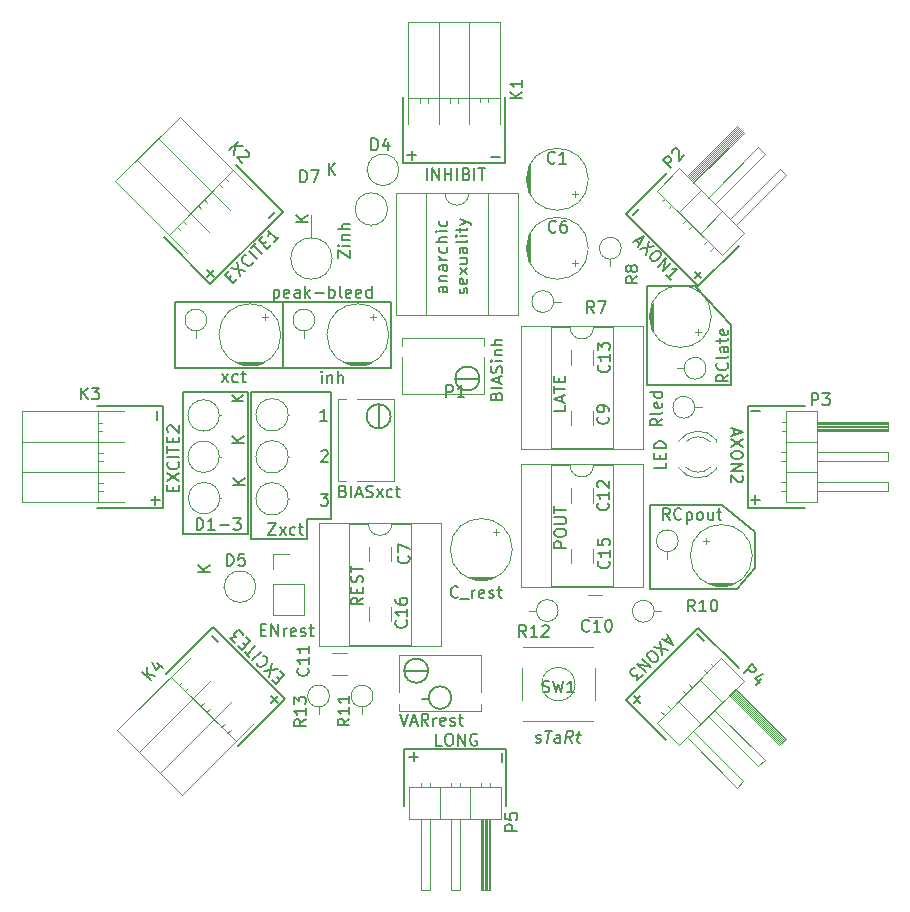
<source format=gbr>
G04 #@! TF.GenerationSoftware,KiCad,Pcbnew,5.0.2-bee76a0~70~ubuntu18.04.1*
G04 #@! TF.CreationDate,2019-08-26T16:36:03-04:00*
G04 #@! TF.ProjectId,neuromime_1.0.1_minor_corr,6e657572-6f6d-4696-9d65-5f312e302e31,rev?*
G04 #@! TF.SameCoordinates,Original*
G04 #@! TF.FileFunction,Legend,Top*
G04 #@! TF.FilePolarity,Positive*
%FSLAX46Y46*%
G04 Gerber Fmt 4.6, Leading zero omitted, Abs format (unit mm)*
G04 Created by KiCad (PCBNEW 5.0.2-bee76a0~70~ubuntu18.04.1) date Mon 26 Aug 2019 04:36:03 PM EDT*
%MOMM*%
%LPD*%
G01*
G04 APERTURE LIST*
%ADD10C,0.150000*%
%ADD11C,0.200000*%
%ADD12C,0.120000*%
G04 APERTURE END LIST*
D10*
X147780000Y-70470000D02*
X147190000Y-70470000D01*
X149678683Y-70388683D02*
G75*
G03X149678683Y-70388683I-948683J0D01*
G01*
X139500000Y-44500000D02*
X132750000Y-44500000D01*
X139500000Y-55250000D02*
X139500000Y-44500000D01*
X137500000Y-55250000D02*
X139500000Y-55250000D01*
X137500000Y-55500000D02*
X137500000Y-55250000D01*
X137500000Y-57000000D02*
X137500000Y-55500000D01*
X132750000Y-57000000D02*
X137500000Y-57000000D01*
X132750000Y-44500000D02*
X132750000Y-57000000D01*
X132500000Y-56500000D02*
X132500000Y-44500000D01*
X127000000Y-56500000D02*
X132500000Y-56500000D01*
X127000000Y-44500000D02*
X127000000Y-56500000D01*
X132500000Y-44500000D02*
X127000000Y-44500000D01*
D11*
X128126666Y-56192380D02*
X128126666Y-55192380D01*
X128364761Y-55192380D01*
X128507619Y-55240000D01*
X128602857Y-55335238D01*
X128650476Y-55430476D01*
X128698095Y-55620952D01*
X128698095Y-55763809D01*
X128650476Y-55954285D01*
X128602857Y-56049523D01*
X128507619Y-56144761D01*
X128364761Y-56192380D01*
X128126666Y-56192380D01*
X129650476Y-56192380D02*
X129079047Y-56192380D01*
X129364761Y-56192380D02*
X129364761Y-55192380D01*
X129269523Y-55335238D01*
X129174285Y-55430476D01*
X129079047Y-55478095D01*
X130079047Y-55811428D02*
X130840952Y-55811428D01*
X131221904Y-55192380D02*
X131840952Y-55192380D01*
X131507619Y-55573333D01*
X131650476Y-55573333D01*
X131745714Y-55620952D01*
X131793333Y-55668571D01*
X131840952Y-55763809D01*
X131840952Y-56001904D01*
X131793333Y-56097142D01*
X131745714Y-56144761D01*
X131650476Y-56192380D01*
X131364761Y-56192380D01*
X131269523Y-56144761D01*
X131221904Y-56097142D01*
X156818571Y-74154761D02*
X156907857Y-74202380D01*
X157098333Y-74202380D01*
X157199523Y-74154761D01*
X157259047Y-74059523D01*
X157265000Y-74011904D01*
X157229285Y-73916666D01*
X157140000Y-73869047D01*
X156997142Y-73869047D01*
X156907857Y-73821428D01*
X156872142Y-73726190D01*
X156878095Y-73678571D01*
X156937619Y-73583333D01*
X157038809Y-73535714D01*
X157181666Y-73535714D01*
X157270952Y-73583333D01*
X157651904Y-73202380D02*
X158223333Y-73202380D01*
X157812619Y-74202380D02*
X157937619Y-73202380D01*
X158860238Y-74202380D02*
X158925714Y-73678571D01*
X158890000Y-73583333D01*
X158800714Y-73535714D01*
X158610238Y-73535714D01*
X158509047Y-73583333D01*
X158866190Y-74154761D02*
X158765000Y-74202380D01*
X158526904Y-74202380D01*
X158437619Y-74154761D01*
X158401904Y-74059523D01*
X158413809Y-73964285D01*
X158473333Y-73869047D01*
X158574523Y-73821428D01*
X158812619Y-73821428D01*
X158913809Y-73773809D01*
X159907857Y-74202380D02*
X159634047Y-73726190D01*
X159336428Y-74202380D02*
X159461428Y-73202380D01*
X159842380Y-73202380D01*
X159931666Y-73250000D01*
X159973333Y-73297619D01*
X160009047Y-73392857D01*
X159991190Y-73535714D01*
X159931666Y-73630952D01*
X159878095Y-73678571D01*
X159776904Y-73726190D01*
X159395952Y-73726190D01*
X160276904Y-73535714D02*
X160657857Y-73535714D01*
X160461428Y-73202380D02*
X160354285Y-74059523D01*
X160390000Y-74154761D01*
X160479285Y-74202380D01*
X160574523Y-74202380D01*
X145309523Y-71752380D02*
X145642857Y-72752380D01*
X145976190Y-71752380D01*
X146261904Y-72466666D02*
X146738095Y-72466666D01*
X146166666Y-72752380D02*
X146500000Y-71752380D01*
X146833333Y-72752380D01*
X147738095Y-72752380D02*
X147404761Y-72276190D01*
X147166666Y-72752380D02*
X147166666Y-71752380D01*
X147547619Y-71752380D01*
X147642857Y-71800000D01*
X147690476Y-71847619D01*
X147738095Y-71942857D01*
X147738095Y-72085714D01*
X147690476Y-72180952D01*
X147642857Y-72228571D01*
X147547619Y-72276190D01*
X147166666Y-72276190D01*
X148166666Y-72752380D02*
X148166666Y-72085714D01*
X148166666Y-72276190D02*
X148214285Y-72180952D01*
X148261904Y-72133333D01*
X148357142Y-72085714D01*
X148452380Y-72085714D01*
X149166666Y-72704761D02*
X149071428Y-72752380D01*
X148880952Y-72752380D01*
X148785714Y-72704761D01*
X148738095Y-72609523D01*
X148738095Y-72228571D01*
X148785714Y-72133333D01*
X148880952Y-72085714D01*
X149071428Y-72085714D01*
X149166666Y-72133333D01*
X149214285Y-72228571D01*
X149214285Y-72323809D01*
X148738095Y-72419047D01*
X149595238Y-72704761D02*
X149690476Y-72752380D01*
X149880952Y-72752380D01*
X149976190Y-72704761D01*
X150023809Y-72609523D01*
X150023809Y-72561904D01*
X149976190Y-72466666D01*
X149880952Y-72419047D01*
X149738095Y-72419047D01*
X149642857Y-72371428D01*
X149595238Y-72276190D01*
X149595238Y-72228571D01*
X149642857Y-72133333D01*
X149738095Y-72085714D01*
X149880952Y-72085714D01*
X149976190Y-72133333D01*
X150309523Y-72085714D02*
X150690476Y-72085714D01*
X150452380Y-71752380D02*
X150452380Y-72609523D01*
X150500000Y-72704761D01*
X150595238Y-72752380D01*
X150690476Y-72752380D01*
D10*
X175400000Y-59398000D02*
X175400000Y-56350000D01*
X173876000Y-61176000D02*
X175400000Y-59398000D01*
X172606000Y-61176000D02*
X173876000Y-61176000D01*
X172606000Y-54064000D02*
X175400000Y-56350000D01*
X172352000Y-54064000D02*
X172606000Y-54064000D01*
X166510000Y-54064000D02*
X172352000Y-54064000D01*
X166510000Y-61176000D02*
X166510000Y-54064000D01*
X172606000Y-61176000D02*
X166510000Y-61176000D01*
X173368000Y-38824000D02*
X173368000Y-43904000D01*
X170320000Y-35522000D02*
X173368000Y-38824000D01*
X166256000Y-35522000D02*
X170320000Y-35522000D01*
X166256000Y-43904000D02*
X166256000Y-35522000D01*
X173368000Y-43904000D02*
X166256000Y-43904000D01*
D11*
X167851380Y-50515857D02*
X167851380Y-50992047D01*
X166851380Y-50992047D01*
X167327571Y-50182523D02*
X167327571Y-49849190D01*
X167851380Y-49706333D02*
X167851380Y-50182523D01*
X166851380Y-50182523D01*
X166851380Y-49706333D01*
X167851380Y-49277761D02*
X166851380Y-49277761D01*
X166851380Y-49039666D01*
X166899000Y-48896809D01*
X166994238Y-48801571D01*
X167089476Y-48753952D01*
X167279952Y-48706333D01*
X167422809Y-48706333D01*
X167613285Y-48753952D01*
X167708523Y-48801571D01*
X167803761Y-48896809D01*
X167851380Y-49039666D01*
X167851380Y-49277761D01*
X167533880Y-46769333D02*
X167057690Y-47102666D01*
X167533880Y-47340761D02*
X166533880Y-47340761D01*
X166533880Y-46959809D01*
X166581500Y-46864571D01*
X166629119Y-46816952D01*
X166724357Y-46769333D01*
X166867214Y-46769333D01*
X166962452Y-46816952D01*
X167010071Y-46864571D01*
X167057690Y-46959809D01*
X167057690Y-47340761D01*
X167533880Y-46197904D02*
X167486261Y-46293142D01*
X167391023Y-46340761D01*
X166533880Y-46340761D01*
X167486261Y-45436000D02*
X167533880Y-45531238D01*
X167533880Y-45721714D01*
X167486261Y-45816952D01*
X167391023Y-45864571D01*
X167010071Y-45864571D01*
X166914833Y-45816952D01*
X166867214Y-45721714D01*
X166867214Y-45531238D01*
X166914833Y-45436000D01*
X167010071Y-45388380D01*
X167105309Y-45388380D01*
X167200547Y-45864571D01*
X167533880Y-44531238D02*
X166533880Y-44531238D01*
X167486261Y-44531238D02*
X167533880Y-44626476D01*
X167533880Y-44816952D01*
X167486261Y-44912190D01*
X167438642Y-44959809D01*
X167343404Y-45007428D01*
X167057690Y-45007428D01*
X166962452Y-44959809D01*
X166914833Y-44912190D01*
X166867214Y-44816952D01*
X166867214Y-44626476D01*
X166914833Y-44531238D01*
X168169166Y-55341880D02*
X167835833Y-54865690D01*
X167597738Y-55341880D02*
X167597738Y-54341880D01*
X167978690Y-54341880D01*
X168073928Y-54389500D01*
X168121547Y-54437119D01*
X168169166Y-54532357D01*
X168169166Y-54675214D01*
X168121547Y-54770452D01*
X168073928Y-54818071D01*
X167978690Y-54865690D01*
X167597738Y-54865690D01*
X169169166Y-55246642D02*
X169121547Y-55294261D01*
X168978690Y-55341880D01*
X168883452Y-55341880D01*
X168740595Y-55294261D01*
X168645357Y-55199023D01*
X168597738Y-55103785D01*
X168550119Y-54913309D01*
X168550119Y-54770452D01*
X168597738Y-54579976D01*
X168645357Y-54484738D01*
X168740595Y-54389500D01*
X168883452Y-54341880D01*
X168978690Y-54341880D01*
X169121547Y-54389500D01*
X169169166Y-54437119D01*
X169597738Y-54675214D02*
X169597738Y-55675214D01*
X169597738Y-54722833D02*
X169692976Y-54675214D01*
X169883452Y-54675214D01*
X169978690Y-54722833D01*
X170026309Y-54770452D01*
X170073928Y-54865690D01*
X170073928Y-55151404D01*
X170026309Y-55246642D01*
X169978690Y-55294261D01*
X169883452Y-55341880D01*
X169692976Y-55341880D01*
X169597738Y-55294261D01*
X170645357Y-55341880D02*
X170550119Y-55294261D01*
X170502500Y-55246642D01*
X170454880Y-55151404D01*
X170454880Y-54865690D01*
X170502500Y-54770452D01*
X170550119Y-54722833D01*
X170645357Y-54675214D01*
X170788214Y-54675214D01*
X170883452Y-54722833D01*
X170931071Y-54770452D01*
X170978690Y-54865690D01*
X170978690Y-55151404D01*
X170931071Y-55246642D01*
X170883452Y-55294261D01*
X170788214Y-55341880D01*
X170645357Y-55341880D01*
X171835833Y-54675214D02*
X171835833Y-55341880D01*
X171407261Y-54675214D02*
X171407261Y-55199023D01*
X171454880Y-55294261D01*
X171550119Y-55341880D01*
X171692976Y-55341880D01*
X171788214Y-55294261D01*
X171835833Y-55246642D01*
X172169166Y-54675214D02*
X172550119Y-54675214D01*
X172312023Y-54341880D02*
X172312023Y-55199023D01*
X172359642Y-55294261D01*
X172454880Y-55341880D01*
X172550119Y-55341880D01*
X173121880Y-43046547D02*
X172645690Y-43379880D01*
X173121880Y-43617976D02*
X172121880Y-43617976D01*
X172121880Y-43237023D01*
X172169500Y-43141785D01*
X172217119Y-43094166D01*
X172312357Y-43046547D01*
X172455214Y-43046547D01*
X172550452Y-43094166D01*
X172598071Y-43141785D01*
X172645690Y-43237023D01*
X172645690Y-43617976D01*
X173026642Y-42046547D02*
X173074261Y-42094166D01*
X173121880Y-42237023D01*
X173121880Y-42332261D01*
X173074261Y-42475119D01*
X172979023Y-42570357D01*
X172883785Y-42617976D01*
X172693309Y-42665595D01*
X172550452Y-42665595D01*
X172359976Y-42617976D01*
X172264738Y-42570357D01*
X172169500Y-42475119D01*
X172121880Y-42332261D01*
X172121880Y-42237023D01*
X172169500Y-42094166D01*
X172217119Y-42046547D01*
X173121880Y-41475119D02*
X173074261Y-41570357D01*
X172979023Y-41617976D01*
X172121880Y-41617976D01*
X173121880Y-40665595D02*
X172598071Y-40665595D01*
X172502833Y-40713214D01*
X172455214Y-40808452D01*
X172455214Y-40998928D01*
X172502833Y-41094166D01*
X173074261Y-40665595D02*
X173121880Y-40760833D01*
X173121880Y-40998928D01*
X173074261Y-41094166D01*
X172979023Y-41141785D01*
X172883785Y-41141785D01*
X172788547Y-41094166D01*
X172740928Y-40998928D01*
X172740928Y-40760833D01*
X172693309Y-40665595D01*
X172455214Y-40332261D02*
X172455214Y-39951309D01*
X172121880Y-40189404D02*
X172979023Y-40189404D01*
X173074261Y-40141785D01*
X173121880Y-40046547D01*
X173121880Y-39951309D01*
X173074261Y-39237023D02*
X173121880Y-39332261D01*
X173121880Y-39522738D01*
X173074261Y-39617976D01*
X172979023Y-39665595D01*
X172598071Y-39665595D01*
X172502833Y-39617976D01*
X172455214Y-39522738D01*
X172455214Y-39332261D01*
X172502833Y-39237023D01*
X172598071Y-39189404D01*
X172693309Y-39189404D01*
X172788547Y-39665595D01*
X159342380Y-45618380D02*
X159342380Y-46094571D01*
X158342380Y-46094571D01*
X159056666Y-45332666D02*
X159056666Y-44856476D01*
X159342380Y-45427904D02*
X158342380Y-45094571D01*
X159342380Y-44761238D01*
X158342380Y-44570761D02*
X158342380Y-43999333D01*
X159342380Y-44285047D02*
X158342380Y-44285047D01*
X158818571Y-43666000D02*
X158818571Y-43332666D01*
X159342380Y-43189809D02*
X159342380Y-43666000D01*
X158342380Y-43666000D01*
X158342380Y-43189809D01*
X165317576Y-31644278D02*
X165654294Y-31980996D01*
X165048202Y-31778965D02*
X165991011Y-31307561D01*
X165519607Y-32250370D01*
X166395072Y-31711622D02*
X166159370Y-32890133D01*
X166866477Y-32183026D02*
X165687965Y-32418729D01*
X167270538Y-32587087D02*
X167405225Y-32721774D01*
X167438896Y-32822790D01*
X167438896Y-32957477D01*
X167337881Y-33125835D01*
X167102179Y-33361538D01*
X166933820Y-33462553D01*
X166799133Y-33462553D01*
X166698118Y-33428881D01*
X166563431Y-33294194D01*
X166529759Y-33193179D01*
X166529759Y-33058492D01*
X166630774Y-32890133D01*
X166866477Y-32654431D01*
X167034835Y-32553416D01*
X167169522Y-32553416D01*
X167270538Y-32587087D01*
X167169522Y-33900286D02*
X167876629Y-33193179D01*
X167573583Y-34304347D01*
X168280690Y-33597240D01*
X168280690Y-35011453D02*
X167876629Y-34607392D01*
X168078660Y-34809423D02*
X168785766Y-34102316D01*
X168617408Y-34135988D01*
X168482721Y-34135988D01*
X168381705Y-34102316D01*
X159405880Y-57722976D02*
X158405880Y-57722976D01*
X158405880Y-57342023D01*
X158453500Y-57246785D01*
X158501119Y-57199166D01*
X158596357Y-57151547D01*
X158739214Y-57151547D01*
X158834452Y-57199166D01*
X158882071Y-57246785D01*
X158929690Y-57342023D01*
X158929690Y-57722976D01*
X158405880Y-56532500D02*
X158405880Y-56342023D01*
X158453500Y-56246785D01*
X158548738Y-56151547D01*
X158739214Y-56103928D01*
X159072547Y-56103928D01*
X159263023Y-56151547D01*
X159358261Y-56246785D01*
X159405880Y-56342023D01*
X159405880Y-56532500D01*
X159358261Y-56627738D01*
X159263023Y-56722976D01*
X159072547Y-56770595D01*
X158739214Y-56770595D01*
X158548738Y-56722976D01*
X158453500Y-56627738D01*
X158405880Y-56532500D01*
X158405880Y-55675357D02*
X159215404Y-55675357D01*
X159310642Y-55627738D01*
X159358261Y-55580119D01*
X159405880Y-55484880D01*
X159405880Y-55294404D01*
X159358261Y-55199166D01*
X159310642Y-55151547D01*
X159215404Y-55103928D01*
X158405880Y-55103928D01*
X158405880Y-54770595D02*
X158405880Y-54199166D01*
X159405880Y-54484880D02*
X158405880Y-54484880D01*
X150250000Y-61857142D02*
X150202380Y-61904761D01*
X150059523Y-61952380D01*
X149964285Y-61952380D01*
X149821428Y-61904761D01*
X149726190Y-61809523D01*
X149678571Y-61714285D01*
X149630952Y-61523809D01*
X149630952Y-61380952D01*
X149678571Y-61190476D01*
X149726190Y-61095238D01*
X149821428Y-61000000D01*
X149964285Y-60952380D01*
X150059523Y-60952380D01*
X150202380Y-61000000D01*
X150250000Y-61047619D01*
X150440476Y-62047619D02*
X151202380Y-62047619D01*
X151440476Y-61952380D02*
X151440476Y-61285714D01*
X151440476Y-61476190D02*
X151488095Y-61380952D01*
X151535714Y-61333333D01*
X151630952Y-61285714D01*
X151726190Y-61285714D01*
X152440476Y-61904761D02*
X152345238Y-61952380D01*
X152154761Y-61952380D01*
X152059523Y-61904761D01*
X152011904Y-61809523D01*
X152011904Y-61428571D01*
X152059523Y-61333333D01*
X152154761Y-61285714D01*
X152345238Y-61285714D01*
X152440476Y-61333333D01*
X152488095Y-61428571D01*
X152488095Y-61523809D01*
X152011904Y-61619047D01*
X152869047Y-61904761D02*
X152964285Y-61952380D01*
X153154761Y-61952380D01*
X153250000Y-61904761D01*
X153297619Y-61809523D01*
X153297619Y-61761904D01*
X153250000Y-61666666D01*
X153154761Y-61619047D01*
X153011904Y-61619047D01*
X152916666Y-61571428D01*
X152869047Y-61476190D01*
X152869047Y-61428571D01*
X152916666Y-61333333D01*
X153011904Y-61285714D01*
X153154761Y-61285714D01*
X153250000Y-61333333D01*
X153583333Y-61285714D02*
X153964285Y-61285714D01*
X153726190Y-60952380D02*
X153726190Y-61809523D01*
X153773809Y-61904761D01*
X153869047Y-61952380D01*
X153964285Y-61952380D01*
X148888904Y-74455380D02*
X148412714Y-74455380D01*
X148412714Y-73455380D01*
X149412714Y-73455380D02*
X149603190Y-73455380D01*
X149698428Y-73503000D01*
X149793666Y-73598238D01*
X149841285Y-73788714D01*
X149841285Y-74122047D01*
X149793666Y-74312523D01*
X149698428Y-74407761D01*
X149603190Y-74455380D01*
X149412714Y-74455380D01*
X149317476Y-74407761D01*
X149222238Y-74312523D01*
X149174619Y-74122047D01*
X149174619Y-73788714D01*
X149222238Y-73598238D01*
X149317476Y-73503000D01*
X149412714Y-73455380D01*
X150269857Y-74455380D02*
X150269857Y-73455380D01*
X150841285Y-74455380D01*
X150841285Y-73455380D01*
X151841285Y-73503000D02*
X151746047Y-73455380D01*
X151603190Y-73455380D01*
X151460333Y-73503000D01*
X151365095Y-73598238D01*
X151317476Y-73693476D01*
X151269857Y-73883952D01*
X151269857Y-74026809D01*
X151317476Y-74217285D01*
X151365095Y-74312523D01*
X151460333Y-74407761D01*
X151603190Y-74455380D01*
X151698428Y-74455380D01*
X151841285Y-74407761D01*
X151888904Y-74360142D01*
X151888904Y-74026809D01*
X151698428Y-74026809D01*
X173645833Y-47698404D02*
X173645833Y-48174595D01*
X173360119Y-47603166D02*
X174360119Y-47936500D01*
X173360119Y-48269833D01*
X174360119Y-48507928D02*
X173360119Y-49174595D01*
X174360119Y-49174595D02*
X173360119Y-48507928D01*
X174360119Y-49746023D02*
X174360119Y-49936500D01*
X174312500Y-50031738D01*
X174217261Y-50126976D01*
X174026785Y-50174595D01*
X173693452Y-50174595D01*
X173502976Y-50126976D01*
X173407738Y-50031738D01*
X173360119Y-49936500D01*
X173360119Y-49746023D01*
X173407738Y-49650785D01*
X173502976Y-49555547D01*
X173693452Y-49507928D01*
X174026785Y-49507928D01*
X174217261Y-49555547D01*
X174312500Y-49650785D01*
X174360119Y-49746023D01*
X173360119Y-50603166D02*
X174360119Y-50603166D01*
X173360119Y-51174595D01*
X174360119Y-51174595D01*
X174264880Y-51603166D02*
X174312500Y-51650785D01*
X174360119Y-51746023D01*
X174360119Y-51984119D01*
X174312500Y-52079357D01*
X174264880Y-52126976D01*
X174169642Y-52174595D01*
X174074404Y-52174595D01*
X173931547Y-52126976D01*
X173360119Y-51555547D01*
X173360119Y-52174595D01*
X168101721Y-65254076D02*
X167765003Y-65590794D01*
X167967034Y-64984702D02*
X168438438Y-65927511D01*
X167495629Y-65456107D01*
X168034377Y-66331572D02*
X166855866Y-66095870D01*
X167562973Y-66802977D02*
X167327270Y-65624465D01*
X167158912Y-67207038D02*
X167024225Y-67341725D01*
X166923209Y-67375396D01*
X166788522Y-67375396D01*
X166620164Y-67274381D01*
X166384461Y-67038679D01*
X166283446Y-66870320D01*
X166283446Y-66735633D01*
X166317118Y-66634618D01*
X166451805Y-66499931D01*
X166552820Y-66466259D01*
X166687507Y-66466259D01*
X166855866Y-66567274D01*
X167091568Y-66802977D01*
X167192583Y-66971335D01*
X167192583Y-67106022D01*
X167158912Y-67207038D01*
X165845713Y-67106022D02*
X166552820Y-67813129D01*
X165441652Y-67510083D01*
X166148759Y-68217190D01*
X165879385Y-68486564D02*
X165441652Y-68924297D01*
X165407981Y-68419221D01*
X165306965Y-68520236D01*
X165205950Y-68553908D01*
X165138607Y-68553908D01*
X165037591Y-68520236D01*
X164869233Y-68351877D01*
X164835561Y-68250862D01*
X164835561Y-68183518D01*
X164869233Y-68082503D01*
X165071263Y-67880473D01*
X165172278Y-67846801D01*
X165239622Y-67846801D01*
X135185118Y-68877633D02*
X134949415Y-68641931D01*
X135218789Y-68170526D02*
X135555507Y-68507244D01*
X134848400Y-69214350D01*
X134511683Y-68877633D01*
X134275980Y-68641931D02*
X134511683Y-67463419D01*
X133804576Y-68170526D02*
X134983087Y-67934824D01*
X133770904Y-66857328D02*
X133838248Y-66857328D01*
X133972935Y-66924671D01*
X134040278Y-66992015D01*
X134107622Y-67126702D01*
X134107622Y-67261389D01*
X134073950Y-67362404D01*
X133972935Y-67530763D01*
X133871919Y-67631778D01*
X133703561Y-67732793D01*
X133602545Y-67766465D01*
X133467858Y-67766465D01*
X133333171Y-67699122D01*
X133265828Y-67631778D01*
X133198484Y-67497091D01*
X133198484Y-67429748D01*
X133535202Y-66486938D02*
X132828095Y-67194045D01*
X132592393Y-66958343D02*
X132188332Y-66554282D01*
X133097469Y-66049206D02*
X132390362Y-66756312D01*
X132289347Y-65981862D02*
X132053645Y-65746160D01*
X132323019Y-65274755D02*
X132659736Y-65611473D01*
X131952629Y-66318580D01*
X131615912Y-65981862D01*
X131380210Y-65746160D02*
X130942477Y-65308427D01*
X131447553Y-65274755D01*
X131346538Y-65173740D01*
X131312866Y-65072725D01*
X131312866Y-65005381D01*
X131346538Y-64904366D01*
X131514897Y-64736007D01*
X131615912Y-64702336D01*
X131683255Y-64702336D01*
X131784271Y-64736007D01*
X131986301Y-64938038D01*
X132019973Y-65039053D01*
X132019973Y-65106397D01*
X142197380Y-61922000D02*
X141721190Y-62255333D01*
X142197380Y-62493428D02*
X141197380Y-62493428D01*
X141197380Y-62112476D01*
X141245000Y-62017238D01*
X141292619Y-61969619D01*
X141387857Y-61922000D01*
X141530714Y-61922000D01*
X141625952Y-61969619D01*
X141673571Y-62017238D01*
X141721190Y-62112476D01*
X141721190Y-62493428D01*
X141673571Y-61493428D02*
X141673571Y-61160095D01*
X142197380Y-61017238D02*
X142197380Y-61493428D01*
X141197380Y-61493428D01*
X141197380Y-61017238D01*
X142149761Y-60636285D02*
X142197380Y-60493428D01*
X142197380Y-60255333D01*
X142149761Y-60160095D01*
X142102142Y-60112476D01*
X142006904Y-60064857D01*
X141911666Y-60064857D01*
X141816428Y-60112476D01*
X141768809Y-60160095D01*
X141721190Y-60255333D01*
X141673571Y-60445809D01*
X141625952Y-60541047D01*
X141578333Y-60588666D01*
X141483095Y-60636285D01*
X141387857Y-60636285D01*
X141292619Y-60588666D01*
X141245000Y-60541047D01*
X141197380Y-60445809D01*
X141197380Y-60207714D01*
X141245000Y-60064857D01*
X141197380Y-59779142D02*
X141197380Y-59207714D01*
X142197380Y-59493428D02*
X141197380Y-59493428D01*
X133545833Y-64660571D02*
X133879166Y-64660571D01*
X134022023Y-65184380D02*
X133545833Y-65184380D01*
X133545833Y-64184380D01*
X134022023Y-64184380D01*
X134450595Y-65184380D02*
X134450595Y-64184380D01*
X135022023Y-65184380D01*
X135022023Y-64184380D01*
X135498214Y-65184380D02*
X135498214Y-64517714D01*
X135498214Y-64708190D02*
X135545833Y-64612952D01*
X135593452Y-64565333D01*
X135688690Y-64517714D01*
X135783928Y-64517714D01*
X136498214Y-65136761D02*
X136402976Y-65184380D01*
X136212500Y-65184380D01*
X136117261Y-65136761D01*
X136069642Y-65041523D01*
X136069642Y-64660571D01*
X136117261Y-64565333D01*
X136212500Y-64517714D01*
X136402976Y-64517714D01*
X136498214Y-64565333D01*
X136545833Y-64660571D01*
X136545833Y-64755809D01*
X136069642Y-64851047D01*
X136926785Y-65136761D02*
X137022023Y-65184380D01*
X137212500Y-65184380D01*
X137307738Y-65136761D01*
X137355357Y-65041523D01*
X137355357Y-64993904D01*
X137307738Y-64898666D01*
X137212500Y-64851047D01*
X137069642Y-64851047D01*
X136974404Y-64803428D01*
X136926785Y-64708190D01*
X136926785Y-64660571D01*
X136974404Y-64565333D01*
X137069642Y-64517714D01*
X137212500Y-64517714D01*
X137307738Y-64565333D01*
X137641071Y-64517714D02*
X138022023Y-64517714D01*
X137783928Y-64184380D02*
X137783928Y-65041523D01*
X137831547Y-65136761D01*
X137926785Y-65184380D01*
X138022023Y-65184380D01*
X140081380Y-33165190D02*
X140081380Y-32498523D01*
X141081380Y-33165190D01*
X141081380Y-32498523D01*
X141081380Y-32117571D02*
X140414714Y-32117571D01*
X140081380Y-32117571D02*
X140129000Y-32165190D01*
X140176619Y-32117571D01*
X140129000Y-32069952D01*
X140081380Y-32117571D01*
X140176619Y-32117571D01*
X140414714Y-31641380D02*
X141081380Y-31641380D01*
X140509952Y-31641380D02*
X140462333Y-31593761D01*
X140414714Y-31498523D01*
X140414714Y-31355666D01*
X140462333Y-31260428D01*
X140557571Y-31212809D01*
X141081380Y-31212809D01*
X141081380Y-30736619D02*
X140081380Y-30736619D01*
X141081380Y-30308047D02*
X140557571Y-30308047D01*
X140462333Y-30355666D01*
X140414714Y-30450904D01*
X140414714Y-30593761D01*
X140462333Y-30689000D01*
X140509952Y-30736619D01*
X130831866Y-34908118D02*
X131067568Y-34672415D01*
X131538973Y-34941789D02*
X131202255Y-35278507D01*
X130495149Y-34571400D01*
X130831866Y-34234683D01*
X131067568Y-33998980D02*
X132246080Y-34234683D01*
X131538973Y-33527576D02*
X131774675Y-34706087D01*
X132852171Y-33493904D02*
X132852171Y-33561248D01*
X132784828Y-33695935D01*
X132717484Y-33763278D01*
X132582797Y-33830622D01*
X132448110Y-33830622D01*
X132347095Y-33796950D01*
X132178736Y-33695935D01*
X132077721Y-33594919D01*
X131976706Y-33426561D01*
X131943034Y-33325545D01*
X131943034Y-33190858D01*
X132010377Y-33056171D01*
X132077721Y-32988828D01*
X132212408Y-32921484D01*
X132279751Y-32921484D01*
X133222561Y-33258202D02*
X132515454Y-32551095D01*
X132751156Y-32315393D02*
X133155217Y-31911332D01*
X133660293Y-32820469D02*
X132953187Y-32113362D01*
X133727637Y-32012347D02*
X133963339Y-31776645D01*
X134434744Y-32046019D02*
X134098026Y-32382736D01*
X133390919Y-31675629D01*
X133727637Y-31338912D01*
X135108179Y-31372584D02*
X134704118Y-31776645D01*
X134906148Y-31574614D02*
X134199041Y-30867507D01*
X134232713Y-31035866D01*
X134232713Y-31170553D01*
X134199041Y-31271568D01*
X149348380Y-35593119D02*
X148824571Y-35593119D01*
X148729333Y-35640738D01*
X148681714Y-35735976D01*
X148681714Y-35926452D01*
X148729333Y-36021690D01*
X149300761Y-35593119D02*
X149348380Y-35688357D01*
X149348380Y-35926452D01*
X149300761Y-36021690D01*
X149205523Y-36069309D01*
X149110285Y-36069309D01*
X149015047Y-36021690D01*
X148967428Y-35926452D01*
X148967428Y-35688357D01*
X148919809Y-35593119D01*
X148681714Y-35116928D02*
X149348380Y-35116928D01*
X148776952Y-35116928D02*
X148729333Y-35069309D01*
X148681714Y-34974071D01*
X148681714Y-34831214D01*
X148729333Y-34735976D01*
X148824571Y-34688357D01*
X149348380Y-34688357D01*
X149348380Y-33783595D02*
X148824571Y-33783595D01*
X148729333Y-33831214D01*
X148681714Y-33926452D01*
X148681714Y-34116928D01*
X148729333Y-34212166D01*
X149300761Y-33783595D02*
X149348380Y-33878833D01*
X149348380Y-34116928D01*
X149300761Y-34212166D01*
X149205523Y-34259785D01*
X149110285Y-34259785D01*
X149015047Y-34212166D01*
X148967428Y-34116928D01*
X148967428Y-33878833D01*
X148919809Y-33783595D01*
X149348380Y-33307404D02*
X148681714Y-33307404D01*
X148872190Y-33307404D02*
X148776952Y-33259785D01*
X148729333Y-33212166D01*
X148681714Y-33116928D01*
X148681714Y-33021690D01*
X149300761Y-32259785D02*
X149348380Y-32355023D01*
X149348380Y-32545500D01*
X149300761Y-32640738D01*
X149253142Y-32688357D01*
X149157904Y-32735976D01*
X148872190Y-32735976D01*
X148776952Y-32688357D01*
X148729333Y-32640738D01*
X148681714Y-32545500D01*
X148681714Y-32355023D01*
X148729333Y-32259785D01*
X149348380Y-31831214D02*
X148348380Y-31831214D01*
X149348380Y-31402642D02*
X148824571Y-31402642D01*
X148729333Y-31450261D01*
X148681714Y-31545500D01*
X148681714Y-31688357D01*
X148729333Y-31783595D01*
X148776952Y-31831214D01*
X149348380Y-30926452D02*
X148681714Y-30926452D01*
X148348380Y-30926452D02*
X148396000Y-30974071D01*
X148443619Y-30926452D01*
X148396000Y-30878833D01*
X148348380Y-30926452D01*
X148443619Y-30926452D01*
X149300761Y-30021690D02*
X149348380Y-30116928D01*
X149348380Y-30307404D01*
X149300761Y-30402642D01*
X149253142Y-30450261D01*
X149157904Y-30497880D01*
X148872190Y-30497880D01*
X148776952Y-30450261D01*
X148729333Y-30402642D01*
X148681714Y-30307404D01*
X148681714Y-30116928D01*
X148729333Y-30021690D01*
X151000761Y-36164547D02*
X151048380Y-36069309D01*
X151048380Y-35878833D01*
X151000761Y-35783595D01*
X150905523Y-35735976D01*
X150857904Y-35735976D01*
X150762666Y-35783595D01*
X150715047Y-35878833D01*
X150715047Y-36021690D01*
X150667428Y-36116928D01*
X150572190Y-36164547D01*
X150524571Y-36164547D01*
X150429333Y-36116928D01*
X150381714Y-36021690D01*
X150381714Y-35878833D01*
X150429333Y-35783595D01*
X151000761Y-34926452D02*
X151048380Y-35021690D01*
X151048380Y-35212166D01*
X151000761Y-35307404D01*
X150905523Y-35355023D01*
X150524571Y-35355023D01*
X150429333Y-35307404D01*
X150381714Y-35212166D01*
X150381714Y-35021690D01*
X150429333Y-34926452D01*
X150524571Y-34878833D01*
X150619809Y-34878833D01*
X150715047Y-35355023D01*
X151048380Y-34545500D02*
X150381714Y-34021690D01*
X150381714Y-34545500D02*
X151048380Y-34021690D01*
X150381714Y-33212166D02*
X151048380Y-33212166D01*
X150381714Y-33640738D02*
X150905523Y-33640738D01*
X151000761Y-33593119D01*
X151048380Y-33497880D01*
X151048380Y-33355023D01*
X151000761Y-33259785D01*
X150953142Y-33212166D01*
X151048380Y-32307404D02*
X150524571Y-32307404D01*
X150429333Y-32355023D01*
X150381714Y-32450261D01*
X150381714Y-32640738D01*
X150429333Y-32735976D01*
X151000761Y-32307404D02*
X151048380Y-32402642D01*
X151048380Y-32640738D01*
X151000761Y-32735976D01*
X150905523Y-32783595D01*
X150810285Y-32783595D01*
X150715047Y-32735976D01*
X150667428Y-32640738D01*
X150667428Y-32402642D01*
X150619809Y-32307404D01*
X151048380Y-31688357D02*
X151000761Y-31783595D01*
X150905523Y-31831214D01*
X150048380Y-31831214D01*
X151048380Y-31307404D02*
X150381714Y-31307404D01*
X150048380Y-31307404D02*
X150096000Y-31355023D01*
X150143619Y-31307404D01*
X150096000Y-31259785D01*
X150048380Y-31307404D01*
X150143619Y-31307404D01*
X150381714Y-30974071D02*
X150381714Y-30593119D01*
X150048380Y-30831214D02*
X150905523Y-30831214D01*
X151000761Y-30783595D01*
X151048380Y-30688357D01*
X151048380Y-30593119D01*
X150381714Y-30355023D02*
X151048380Y-30116928D01*
X150381714Y-29878833D02*
X151048380Y-30116928D01*
X151286476Y-30212166D01*
X151334095Y-30259785D01*
X151381714Y-30355023D01*
X147595238Y-26576380D02*
X147595238Y-25576380D01*
X148071428Y-26576380D02*
X148071428Y-25576380D01*
X148642857Y-26576380D01*
X148642857Y-25576380D01*
X149119047Y-26576380D02*
X149119047Y-25576380D01*
X149119047Y-26052571D02*
X149690476Y-26052571D01*
X149690476Y-26576380D02*
X149690476Y-25576380D01*
X150166666Y-26576380D02*
X150166666Y-25576380D01*
X150976190Y-26052571D02*
X151119047Y-26100190D01*
X151166666Y-26147809D01*
X151214285Y-26243047D01*
X151214285Y-26385904D01*
X151166666Y-26481142D01*
X151119047Y-26528761D01*
X151023809Y-26576380D01*
X150642857Y-26576380D01*
X150642857Y-25576380D01*
X150976190Y-25576380D01*
X151071428Y-25624000D01*
X151119047Y-25671619D01*
X151166666Y-25766857D01*
X151166666Y-25862095D01*
X151119047Y-25957333D01*
X151071428Y-26004952D01*
X150976190Y-26052571D01*
X150642857Y-26052571D01*
X151642857Y-26576380D02*
X151642857Y-25576380D01*
X151976190Y-25576380D02*
X152547619Y-25576380D01*
X152261904Y-26576380D02*
X152261904Y-25576380D01*
X134196619Y-55611880D02*
X134863285Y-55611880D01*
X134196619Y-56611880D01*
X134863285Y-56611880D01*
X135149000Y-56611880D02*
X135672809Y-55945214D01*
X135149000Y-55945214D02*
X135672809Y-56611880D01*
X136482333Y-56564261D02*
X136387095Y-56611880D01*
X136196619Y-56611880D01*
X136101380Y-56564261D01*
X136053761Y-56516642D01*
X136006142Y-56421404D01*
X136006142Y-56135690D01*
X136053761Y-56040452D01*
X136101380Y-55992833D01*
X136196619Y-55945214D01*
X136387095Y-55945214D01*
X136482333Y-55992833D01*
X136768047Y-55945214D02*
X137149000Y-55945214D01*
X136910904Y-55611880D02*
X136910904Y-56469023D01*
X136958523Y-56564261D01*
X137053761Y-56611880D01*
X137149000Y-56611880D01*
X138617666Y-53135380D02*
X139236714Y-53135380D01*
X138903380Y-53516333D01*
X139046238Y-53516333D01*
X139141476Y-53563952D01*
X139189095Y-53611571D01*
X139236714Y-53706809D01*
X139236714Y-53944904D01*
X139189095Y-54040142D01*
X139141476Y-54087761D01*
X139046238Y-54135380D01*
X138760523Y-54135380D01*
X138665285Y-54087761D01*
X138617666Y-54040142D01*
X138665285Y-49547619D02*
X138712904Y-49500000D01*
X138808142Y-49452380D01*
X139046238Y-49452380D01*
X139141476Y-49500000D01*
X139189095Y-49547619D01*
X139236714Y-49642857D01*
X139236714Y-49738095D01*
X139189095Y-49880952D01*
X138617666Y-50452380D01*
X139236714Y-50452380D01*
X139173214Y-46959880D02*
X138601785Y-46959880D01*
X138887500Y-46959880D02*
X138887500Y-45959880D01*
X138792261Y-46102738D01*
X138697023Y-46197976D01*
X138601785Y-46245595D01*
X126116071Y-52865095D02*
X126116071Y-52531761D01*
X126639880Y-52388904D02*
X126639880Y-52865095D01*
X125639880Y-52865095D01*
X125639880Y-52388904D01*
X125639880Y-52055571D02*
X126639880Y-51388904D01*
X125639880Y-51388904D02*
X126639880Y-52055571D01*
X126544642Y-50436523D02*
X126592261Y-50484142D01*
X126639880Y-50627000D01*
X126639880Y-50722238D01*
X126592261Y-50865095D01*
X126497023Y-50960333D01*
X126401785Y-51007952D01*
X126211309Y-51055571D01*
X126068452Y-51055571D01*
X125877976Y-51007952D01*
X125782738Y-50960333D01*
X125687500Y-50865095D01*
X125639880Y-50722238D01*
X125639880Y-50627000D01*
X125687500Y-50484142D01*
X125735119Y-50436523D01*
X126639880Y-50007952D02*
X125639880Y-50007952D01*
X125639880Y-49674619D02*
X125639880Y-49103190D01*
X126639880Y-49388904D02*
X125639880Y-49388904D01*
X126116071Y-48769857D02*
X126116071Y-48436523D01*
X126639880Y-48293666D02*
X126639880Y-48769857D01*
X125639880Y-48769857D01*
X125639880Y-48293666D01*
X125735119Y-47912714D02*
X125687500Y-47865095D01*
X125639880Y-47769857D01*
X125639880Y-47531761D01*
X125687500Y-47436523D01*
X125735119Y-47388904D01*
X125830357Y-47341285D01*
X125925595Y-47341285D01*
X126068452Y-47388904D01*
X126639880Y-47960333D01*
X126639880Y-47341285D01*
X140507023Y-52913071D02*
X140649880Y-52960690D01*
X140697500Y-53008309D01*
X140745119Y-53103547D01*
X140745119Y-53246404D01*
X140697500Y-53341642D01*
X140649880Y-53389261D01*
X140554642Y-53436880D01*
X140173690Y-53436880D01*
X140173690Y-52436880D01*
X140507023Y-52436880D01*
X140602261Y-52484500D01*
X140649880Y-52532119D01*
X140697500Y-52627357D01*
X140697500Y-52722595D01*
X140649880Y-52817833D01*
X140602261Y-52865452D01*
X140507023Y-52913071D01*
X140173690Y-52913071D01*
X141173690Y-53436880D02*
X141173690Y-52436880D01*
X141602261Y-53151166D02*
X142078452Y-53151166D01*
X141507023Y-53436880D02*
X141840357Y-52436880D01*
X142173690Y-53436880D01*
X142459404Y-53389261D02*
X142602261Y-53436880D01*
X142840357Y-53436880D01*
X142935595Y-53389261D01*
X142983214Y-53341642D01*
X143030833Y-53246404D01*
X143030833Y-53151166D01*
X142983214Y-53055928D01*
X142935595Y-53008309D01*
X142840357Y-52960690D01*
X142649880Y-52913071D01*
X142554642Y-52865452D01*
X142507023Y-52817833D01*
X142459404Y-52722595D01*
X142459404Y-52627357D01*
X142507023Y-52532119D01*
X142554642Y-52484500D01*
X142649880Y-52436880D01*
X142887976Y-52436880D01*
X143030833Y-52484500D01*
X143364166Y-53436880D02*
X143887976Y-52770214D01*
X143364166Y-52770214D02*
X143887976Y-53436880D01*
X144697500Y-53389261D02*
X144602261Y-53436880D01*
X144411785Y-53436880D01*
X144316547Y-53389261D01*
X144268928Y-53341642D01*
X144221309Y-53246404D01*
X144221309Y-52960690D01*
X144268928Y-52865452D01*
X144316547Y-52817833D01*
X144411785Y-52770214D01*
X144602261Y-52770214D01*
X144697500Y-52817833D01*
X144983214Y-52770214D02*
X145364166Y-52770214D01*
X145126071Y-52436880D02*
X145126071Y-53294023D01*
X145173690Y-53389261D01*
X145268928Y-53436880D01*
X145364166Y-53436880D01*
X153484571Y-44848285D02*
X153532190Y-44705428D01*
X153579809Y-44657809D01*
X153675047Y-44610190D01*
X153817904Y-44610190D01*
X153913142Y-44657809D01*
X153960761Y-44705428D01*
X154008380Y-44800666D01*
X154008380Y-45181619D01*
X153008380Y-45181619D01*
X153008380Y-44848285D01*
X153056000Y-44753047D01*
X153103619Y-44705428D01*
X153198857Y-44657809D01*
X153294095Y-44657809D01*
X153389333Y-44705428D01*
X153436952Y-44753047D01*
X153484571Y-44848285D01*
X153484571Y-45181619D01*
X154008380Y-44181619D02*
X153008380Y-44181619D01*
X153722666Y-43753047D02*
X153722666Y-43276857D01*
X154008380Y-43848285D02*
X153008380Y-43514952D01*
X154008380Y-43181619D01*
X153960761Y-42895904D02*
X154008380Y-42753047D01*
X154008380Y-42514952D01*
X153960761Y-42419714D01*
X153913142Y-42372095D01*
X153817904Y-42324476D01*
X153722666Y-42324476D01*
X153627428Y-42372095D01*
X153579809Y-42419714D01*
X153532190Y-42514952D01*
X153484571Y-42705428D01*
X153436952Y-42800666D01*
X153389333Y-42848285D01*
X153294095Y-42895904D01*
X153198857Y-42895904D01*
X153103619Y-42848285D01*
X153056000Y-42800666D01*
X153008380Y-42705428D01*
X153008380Y-42467333D01*
X153056000Y-42324476D01*
X154008380Y-41895904D02*
X153341714Y-41895904D01*
X153008380Y-41895904D02*
X153056000Y-41943523D01*
X153103619Y-41895904D01*
X153056000Y-41848285D01*
X153008380Y-41895904D01*
X153103619Y-41895904D01*
X153341714Y-41419714D02*
X154008380Y-41419714D01*
X153436952Y-41419714D02*
X153389333Y-41372095D01*
X153341714Y-41276857D01*
X153341714Y-41134000D01*
X153389333Y-41038761D01*
X153484571Y-40991142D01*
X154008380Y-40991142D01*
X154008380Y-40514952D02*
X153008380Y-40514952D01*
X154008380Y-40086380D02*
X153484571Y-40086380D01*
X153389333Y-40134000D01*
X153341714Y-40229238D01*
X153341714Y-40372095D01*
X153389333Y-40467333D01*
X153436952Y-40514952D01*
X138708238Y-43761880D02*
X138708238Y-43095214D01*
X138708238Y-42761880D02*
X138660619Y-42809500D01*
X138708238Y-42857119D01*
X138755857Y-42809500D01*
X138708238Y-42761880D01*
X138708238Y-42857119D01*
X139184428Y-43095214D02*
X139184428Y-43761880D01*
X139184428Y-43190452D02*
X139232047Y-43142833D01*
X139327285Y-43095214D01*
X139470142Y-43095214D01*
X139565380Y-43142833D01*
X139613000Y-43238071D01*
X139613000Y-43761880D01*
X140089190Y-43761880D02*
X140089190Y-42761880D01*
X140517761Y-43761880D02*
X140517761Y-43238071D01*
X140470142Y-43142833D01*
X140374904Y-43095214D01*
X140232047Y-43095214D01*
X140136809Y-43142833D01*
X140089190Y-43190452D01*
X130273809Y-43698380D02*
X130797619Y-43031714D01*
X130273809Y-43031714D02*
X130797619Y-43698380D01*
X131607142Y-43650761D02*
X131511904Y-43698380D01*
X131321428Y-43698380D01*
X131226190Y-43650761D01*
X131178571Y-43603142D01*
X131130952Y-43507904D01*
X131130952Y-43222190D01*
X131178571Y-43126952D01*
X131226190Y-43079333D01*
X131321428Y-43031714D01*
X131511904Y-43031714D01*
X131607142Y-43079333D01*
X131892857Y-43031714D02*
X132273809Y-43031714D01*
X132035714Y-42698380D02*
X132035714Y-43555523D01*
X132083333Y-43650761D01*
X132178571Y-43698380D01*
X132273809Y-43698380D01*
X134644642Y-35856214D02*
X134644642Y-36856214D01*
X134644642Y-35903833D02*
X134739880Y-35856214D01*
X134930357Y-35856214D01*
X135025595Y-35903833D01*
X135073214Y-35951452D01*
X135120833Y-36046690D01*
X135120833Y-36332404D01*
X135073214Y-36427642D01*
X135025595Y-36475261D01*
X134930357Y-36522880D01*
X134739880Y-36522880D01*
X134644642Y-36475261D01*
X135930357Y-36475261D02*
X135835119Y-36522880D01*
X135644642Y-36522880D01*
X135549404Y-36475261D01*
X135501785Y-36380023D01*
X135501785Y-35999071D01*
X135549404Y-35903833D01*
X135644642Y-35856214D01*
X135835119Y-35856214D01*
X135930357Y-35903833D01*
X135977976Y-35999071D01*
X135977976Y-36094309D01*
X135501785Y-36189547D01*
X136835119Y-36522880D02*
X136835119Y-35999071D01*
X136787500Y-35903833D01*
X136692261Y-35856214D01*
X136501785Y-35856214D01*
X136406547Y-35903833D01*
X136835119Y-36475261D02*
X136739880Y-36522880D01*
X136501785Y-36522880D01*
X136406547Y-36475261D01*
X136358928Y-36380023D01*
X136358928Y-36284785D01*
X136406547Y-36189547D01*
X136501785Y-36141928D01*
X136739880Y-36141928D01*
X136835119Y-36094309D01*
X137311309Y-36522880D02*
X137311309Y-35522880D01*
X137406547Y-36141928D02*
X137692261Y-36522880D01*
X137692261Y-35856214D02*
X137311309Y-36237166D01*
X138120833Y-36141928D02*
X138882738Y-36141928D01*
X139358928Y-36522880D02*
X139358928Y-35522880D01*
X139358928Y-35903833D02*
X139454166Y-35856214D01*
X139644642Y-35856214D01*
X139739880Y-35903833D01*
X139787500Y-35951452D01*
X139835119Y-36046690D01*
X139835119Y-36332404D01*
X139787500Y-36427642D01*
X139739880Y-36475261D01*
X139644642Y-36522880D01*
X139454166Y-36522880D01*
X139358928Y-36475261D01*
X140406547Y-36522880D02*
X140311309Y-36475261D01*
X140263690Y-36380023D01*
X140263690Y-35522880D01*
X141168452Y-36475261D02*
X141073214Y-36522880D01*
X140882738Y-36522880D01*
X140787500Y-36475261D01*
X140739880Y-36380023D01*
X140739880Y-35999071D01*
X140787500Y-35903833D01*
X140882738Y-35856214D01*
X141073214Y-35856214D01*
X141168452Y-35903833D01*
X141216071Y-35999071D01*
X141216071Y-36094309D01*
X140739880Y-36189547D01*
X142025595Y-36475261D02*
X141930357Y-36522880D01*
X141739880Y-36522880D01*
X141644642Y-36475261D01*
X141597023Y-36380023D01*
X141597023Y-35999071D01*
X141644642Y-35903833D01*
X141739880Y-35856214D01*
X141930357Y-35856214D01*
X142025595Y-35903833D01*
X142073214Y-35999071D01*
X142073214Y-36094309D01*
X141597023Y-36189547D01*
X142930357Y-36522880D02*
X142930357Y-35522880D01*
X142930357Y-36475261D02*
X142835119Y-36522880D01*
X142644642Y-36522880D01*
X142549404Y-36475261D01*
X142501785Y-36427642D01*
X142454166Y-36332404D01*
X142454166Y-36046690D01*
X142501785Y-35951452D01*
X142549404Y-35903833D01*
X142644642Y-35856214D01*
X142835119Y-35856214D01*
X142930357Y-35903833D01*
D10*
X135422000Y-36896000D02*
X135422000Y-42484000D01*
X126278000Y-36896000D02*
X126278000Y-42484000D01*
X144566000Y-36896000D02*
X126278000Y-36896000D01*
X144566000Y-42484000D02*
X144566000Y-36896000D01*
X144312000Y-42484000D02*
X144566000Y-42484000D01*
X126278000Y-42484000D02*
X144312000Y-42484000D01*
D12*
G04 #@! TO.C,U4*
X148790000Y-55595000D02*
X138510000Y-55595000D01*
X148790000Y-65995000D02*
X148790000Y-55595000D01*
X138510000Y-65995000D02*
X148790000Y-65995000D01*
X138510000Y-55595000D02*
X138510000Y-65995000D01*
X146300000Y-55655000D02*
X144650000Y-55655000D01*
X146300000Y-65935000D02*
X146300000Y-55655000D01*
X141000000Y-65935000D02*
X146300000Y-65935000D01*
X141000000Y-55655000D02*
X141000000Y-65935000D01*
X142650000Y-55655000D02*
X141000000Y-55655000D01*
X144650000Y-55655000D02*
G75*
G02X142650000Y-55655000I-1000000J0D01*
G01*
G04 #@! TO.C,R2*
X135876000Y-50000000D02*
G75*
G03X135876000Y-50000000I-1370000J0D01*
G01*
X135876000Y-50000000D02*
X135946000Y-50000000D01*
G04 #@! TO.C,D6*
X172134000Y-48729500D02*
X172134000Y-48573500D01*
X172134000Y-51045500D02*
X172134000Y-50889500D01*
X169532870Y-48729663D02*
G75*
G02X171614961Y-48729500I1041130J-1079837D01*
G01*
X169532870Y-50889337D02*
G75*
G03X171614961Y-50889500I1041130J1079837D01*
G01*
X168901665Y-48730892D02*
G75*
G02X172134000Y-48573984I1672335J-1078608D01*
G01*
X168901665Y-50888108D02*
G75*
G03X172134000Y-51045016I1672335J1078608D01*
G01*
G04 #@! TO.C,W3*
X134573000Y-58195000D02*
X135903000Y-58195000D01*
X134573000Y-59525000D02*
X134573000Y-58195000D01*
X134573000Y-60795000D02*
X137233000Y-60795000D01*
X137233000Y-60795000D02*
X137233000Y-63395000D01*
X134573000Y-60795000D02*
X134573000Y-63395000D01*
X134573000Y-63395000D02*
X137233000Y-63395000D01*
G04 #@! TO.C,C11*
X139572000Y-68446000D02*
X140830000Y-68446000D01*
X139572000Y-66606000D02*
X140830000Y-66606000D01*
G04 #@! TO.C,C12*
X159812000Y-52653000D02*
X159812000Y-53911000D01*
X161652000Y-52653000D02*
X161652000Y-53911000D01*
G04 #@! TO.C,C13*
X159812000Y-40969000D02*
X159812000Y-42227000D01*
X161652000Y-40969000D02*
X161652000Y-42227000D01*
G04 #@! TO.C,C15*
X161652000Y-59031000D02*
X161652000Y-57773000D01*
X159812000Y-59031000D02*
X159812000Y-57773000D01*
G04 #@! TO.C,C16*
X144570000Y-63944000D02*
X144570000Y-62686000D01*
X142730000Y-63944000D02*
X142730000Y-62686000D01*
G04 #@! TO.C,U1*
X155294000Y-27632000D02*
X145014000Y-27632000D01*
X155294000Y-38032000D02*
X155294000Y-27632000D01*
X145014000Y-38032000D02*
X155294000Y-38032000D01*
X145014000Y-27632000D02*
X145014000Y-38032000D01*
X152804000Y-27692000D02*
X151154000Y-27692000D01*
X152804000Y-37972000D02*
X152804000Y-27692000D01*
X147504000Y-37972000D02*
X152804000Y-37972000D01*
X147504000Y-27692000D02*
X147504000Y-37972000D01*
X149154000Y-27692000D02*
X147504000Y-27692000D01*
X151154000Y-27692000D02*
G75*
G02X149154000Y-27692000I-1000000J0D01*
G01*
G04 #@! TO.C,U2*
X165872000Y-38958000D02*
X155592000Y-38958000D01*
X165872000Y-49358000D02*
X165872000Y-38958000D01*
X155592000Y-49358000D02*
X165872000Y-49358000D01*
X155592000Y-38958000D02*
X155592000Y-49358000D01*
X163382000Y-39018000D02*
X161732000Y-39018000D01*
X163382000Y-49298000D02*
X163382000Y-39018000D01*
X158082000Y-49298000D02*
X163382000Y-49298000D01*
X158082000Y-39018000D02*
X158082000Y-49298000D01*
X159732000Y-39018000D02*
X158082000Y-39018000D01*
X161732000Y-39018000D02*
G75*
G02X159732000Y-39018000I-1000000J0D01*
G01*
G04 #@! TO.C,U3*
X165872000Y-50642000D02*
X155592000Y-50642000D01*
X165872000Y-61042000D02*
X165872000Y-50642000D01*
X155592000Y-61042000D02*
X165872000Y-61042000D01*
X155592000Y-50642000D02*
X155592000Y-61042000D01*
X163382000Y-50702000D02*
X161732000Y-50702000D01*
X163382000Y-60982000D02*
X163382000Y-50702000D01*
X158082000Y-60982000D02*
X163382000Y-60982000D01*
X158082000Y-50702000D02*
X158082000Y-60982000D01*
X159732000Y-50702000D02*
X158082000Y-50702000D01*
X161732000Y-50702000D02*
G75*
G02X159732000Y-50702000I-1000000J0D01*
G01*
G04 #@! TO.C,C7*
X142730000Y-57606000D02*
X142730000Y-58864000D01*
X144570000Y-57606000D02*
X144570000Y-58864000D01*
G04 #@! TO.C,C9*
X161652000Y-47347000D02*
X161652000Y-46089000D01*
X159812000Y-47347000D02*
X159812000Y-46089000D01*
G04 #@! TO.C,C10*
X161225000Y-63556500D02*
X162483000Y-63556500D01*
X161225000Y-61716500D02*
X162483000Y-61716500D01*
D10*
G04 #@! TO.C,P5*
X145682000Y-74765000D02*
X145682000Y-79591000D01*
X154318000Y-74765000D02*
X145682000Y-74765000D01*
X154318000Y-79591000D02*
X154318000Y-74765000D01*
D12*
X153870000Y-77983000D02*
X146130000Y-77983000D01*
X146130000Y-77983000D02*
X146130000Y-80643000D01*
X146130000Y-80643000D02*
X153870000Y-80643000D01*
X153870000Y-80643000D02*
X153870000Y-77983000D01*
X152920000Y-80643000D02*
X152920000Y-86643000D01*
X152920000Y-86643000D02*
X152160000Y-86643000D01*
X152160000Y-86643000D02*
X152160000Y-80643000D01*
X152860000Y-80643000D02*
X152860000Y-86643000D01*
X152740000Y-80643000D02*
X152740000Y-86643000D01*
X152620000Y-80643000D02*
X152620000Y-86643000D01*
X152500000Y-80643000D02*
X152500000Y-86643000D01*
X152380000Y-80643000D02*
X152379999Y-86643000D01*
X152260000Y-80643000D02*
X152260001Y-86643000D01*
X152920000Y-77653000D02*
X152920000Y-77983000D01*
X152160000Y-77653000D02*
X152160000Y-77983000D01*
X151270000Y-77983000D02*
X151270000Y-80643000D01*
X150380000Y-80643000D02*
X150380000Y-86643000D01*
X150380000Y-86643000D02*
X149620000Y-86643000D01*
X149620000Y-86643000D02*
X149620000Y-80643000D01*
X150380000Y-77585929D02*
X150380000Y-77983000D01*
X149620000Y-77585929D02*
X149620000Y-77983000D01*
X148730000Y-77983000D02*
X148730000Y-80643000D01*
X147840000Y-80643000D02*
X147840001Y-86643000D01*
X147840001Y-86643000D02*
X147079999Y-86643000D01*
X147079999Y-86643000D02*
X147080000Y-80643000D01*
X147840000Y-77585929D02*
X147840000Y-77983000D01*
X147080000Y-77585929D02*
X147080000Y-77983000D01*
G04 #@! TO.C,D1*
X130036371Y-46500000D02*
X130150000Y-46500000D01*
X130036371Y-46500000D02*
G75*
G03X130036371Y-46500000I-1326371J0D01*
G01*
G04 #@! TO.C,D2*
X130036371Y-50000000D02*
X130150000Y-50000000D01*
X130036371Y-50000000D02*
G75*
G03X130036371Y-50000000I-1326371J0D01*
G01*
G04 #@! TO.C,D3*
X130076371Y-53500000D02*
G75*
G03X130076371Y-53500000I-1326371J0D01*
G01*
X130076371Y-53500000D02*
X130190000Y-53500000D01*
G04 #@! TO.C,D4*
X145226371Y-25700000D02*
G75*
G03X145226371Y-25700000I-1326371J0D01*
G01*
X142573629Y-25700000D02*
X142460000Y-25700000D01*
G04 #@! TO.C,D5*
X133116371Y-61000000D02*
G75*
G03X133116371Y-61000000I-1326371J0D01*
G01*
X130463629Y-61000000D02*
X130350000Y-61000000D01*
G04 #@! TO.C,D7*
X139585635Y-33213000D02*
G75*
G03X139585635Y-33213000I-1750635J0D01*
G01*
X137835000Y-31462365D02*
X137835000Y-29533000D01*
G04 #@! TO.C,R5*
X138120000Y-38420000D02*
G75*
G03X138120000Y-38420000I-920000J0D01*
G01*
X137200000Y-39340000D02*
X137200000Y-39960000D01*
G04 #@! TO.C,R6*
X128976000Y-38420000D02*
G75*
G03X128976000Y-38420000I-920000J0D01*
G01*
X128056000Y-39340000D02*
X128056000Y-39960000D01*
G04 #@! TO.C,R7*
X158350000Y-36855500D02*
X158970000Y-36855500D01*
X158350000Y-36855500D02*
G75*
G03X158350000Y-36855500I-920000J0D01*
G01*
G04 #@! TO.C,R8*
X164064000Y-32347000D02*
G75*
G03X164064000Y-32347000I-920000J0D01*
G01*
X163144000Y-33267000D02*
X163144000Y-33887000D01*
G04 #@! TO.C,R9*
X169400000Y-42507000D02*
X168780000Y-42507000D01*
X171240000Y-42507000D02*
G75*
G03X171240000Y-42507000I-920000J0D01*
G01*
G04 #@! TO.C,R10*
X166858000Y-63081000D02*
G75*
G03X166858000Y-63081000I-920000J0D01*
G01*
X166858000Y-63081000D02*
X167478000Y-63081000D01*
G04 #@! TO.C,R11*
X143046000Y-70256500D02*
G75*
G03X143046000Y-70256500I-920000J0D01*
G01*
X142126000Y-71176500D02*
X142126000Y-71796500D01*
G04 #@! TO.C,R12*
X156890000Y-63017500D02*
X156270000Y-63017500D01*
X158730000Y-63017500D02*
G75*
G03X158730000Y-63017500I-920000J0D01*
G01*
G04 #@! TO.C,R13*
X138443000Y-71176500D02*
X138443000Y-71796500D01*
X139363000Y-70256500D02*
G75*
G03X139363000Y-70256500I-920000J0D01*
G01*
G04 #@! TO.C,R14*
X167970000Y-58032000D02*
X167970000Y-58652000D01*
X168890000Y-57112000D02*
G75*
G03X168890000Y-57112000I-920000J0D01*
G01*
G04 #@! TO.C,R15*
X170288000Y-45809000D02*
X170908000Y-45809000D01*
X170288000Y-45809000D02*
G75*
G03X170288000Y-45809000I-920000J0D01*
G01*
G04 #@! TO.C,C1*
X161276000Y-26505000D02*
G75*
G03X161276000Y-26505000I-2620000J0D01*
G01*
X156335000Y-27683000D02*
X156335000Y-25327000D01*
X156295000Y-27603000D02*
X156295000Y-25407000D01*
X156255000Y-27516000D02*
X156255000Y-25494000D01*
X156215000Y-27420000D02*
X156215000Y-25590000D01*
X156175000Y-27310000D02*
X156175000Y-25700000D01*
X156135000Y-27182000D02*
X156135000Y-25828000D01*
X156095000Y-27023000D02*
X156095000Y-25987000D01*
X156055000Y-26789000D02*
X156055000Y-26221000D01*
X160406000Y-27775000D02*
X159906000Y-27775000D01*
X160160000Y-28029000D02*
X160160000Y-27529000D01*
G04 #@! TO.C,C4*
X144392000Y-39670000D02*
G75*
G03X144392000Y-39670000I-2620000J0D01*
G01*
X142950000Y-41991000D02*
X140594000Y-41991000D01*
X142870000Y-42031000D02*
X140674000Y-42031000D01*
X142783000Y-42071000D02*
X140761000Y-42071000D01*
X142687000Y-42111000D02*
X140857000Y-42111000D01*
X142577000Y-42151000D02*
X140967000Y-42151000D01*
X142449000Y-42191000D02*
X141095000Y-42191000D01*
X142290000Y-42231000D02*
X141254000Y-42231000D01*
X142056000Y-42271000D02*
X141488000Y-42271000D01*
X143042000Y-37920000D02*
X143042000Y-38420000D01*
X143296000Y-38166000D02*
X142796000Y-38166000D01*
G04 #@! TO.C,C5*
X134152000Y-38166000D02*
X133652000Y-38166000D01*
X133898000Y-37920000D02*
X133898000Y-38420000D01*
X132912000Y-42271000D02*
X132344000Y-42271000D01*
X133146000Y-42231000D02*
X132110000Y-42231000D01*
X133305000Y-42191000D02*
X131951000Y-42191000D01*
X133433000Y-42151000D02*
X131823000Y-42151000D01*
X133543000Y-42111000D02*
X131713000Y-42111000D01*
X133639000Y-42071000D02*
X131617000Y-42071000D01*
X133726000Y-42031000D02*
X131530000Y-42031000D01*
X133806000Y-41991000D02*
X131450000Y-41991000D01*
X135248000Y-39670000D02*
G75*
G03X135248000Y-39670000I-2620000J0D01*
G01*
G04 #@! TO.C,C6*
X160160000Y-33871000D02*
X160160000Y-33371000D01*
X160406000Y-33617000D02*
X159906000Y-33617000D01*
X156055000Y-32631000D02*
X156055000Y-32063000D01*
X156095000Y-32865000D02*
X156095000Y-31829000D01*
X156135000Y-33024000D02*
X156135000Y-31670000D01*
X156175000Y-33152000D02*
X156175000Y-31542000D01*
X156215000Y-33262000D02*
X156215000Y-31432000D01*
X156255000Y-33358000D02*
X156255000Y-31336000D01*
X156295000Y-33445000D02*
X156295000Y-31249000D01*
X156335000Y-33525000D02*
X156335000Y-31169000D01*
X161276000Y-32347000D02*
G75*
G03X161276000Y-32347000I-2620000J0D01*
G01*
G04 #@! TO.C,C8*
X171690000Y-38125500D02*
G75*
G03X171690000Y-38125500I-2620000J0D01*
G01*
X166749000Y-39303500D02*
X166749000Y-36947500D01*
X166709000Y-39223500D02*
X166709000Y-37027500D01*
X166669000Y-39136500D02*
X166669000Y-37114500D01*
X166629000Y-39040500D02*
X166629000Y-37210500D01*
X166589000Y-38930500D02*
X166589000Y-37320500D01*
X166549000Y-38802500D02*
X166549000Y-37448500D01*
X166509000Y-38643500D02*
X166509000Y-37607500D01*
X166469000Y-38409500D02*
X166469000Y-37841500D01*
X170820000Y-39395500D02*
X170320000Y-39395500D01*
X170574000Y-39649500D02*
X170574000Y-39149500D01*
G04 #@! TO.C,C14*
X171526000Y-57112000D02*
X171026000Y-57112000D01*
X171272000Y-56866000D02*
X171272000Y-57366000D01*
X172826000Y-60963000D02*
X172258000Y-60963000D01*
X173060000Y-60923000D02*
X172024000Y-60923000D01*
X173219000Y-60883000D02*
X171865000Y-60883000D01*
X173347000Y-60843000D02*
X171737000Y-60843000D01*
X173457000Y-60803000D02*
X171627000Y-60803000D01*
X173553000Y-60763000D02*
X171531000Y-60763000D01*
X173640000Y-60723000D02*
X171444000Y-60723000D01*
X173720000Y-60683000D02*
X171364000Y-60683000D01*
X175162000Y-58362000D02*
G75*
G03X175162000Y-58362000I-2620000J0D01*
G01*
G04 #@! TO.C,C17*
X153746000Y-56350000D02*
X153246000Y-56350000D01*
X153492000Y-56104000D02*
X153492000Y-56604000D01*
X152506000Y-60455000D02*
X151938000Y-60455000D01*
X152740000Y-60415000D02*
X151704000Y-60415000D01*
X152899000Y-60375000D02*
X151545000Y-60375000D01*
X153027000Y-60335000D02*
X151417000Y-60335000D01*
X153137000Y-60295000D02*
X151307000Y-60295000D01*
X153233000Y-60255000D02*
X151211000Y-60255000D01*
X153320000Y-60215000D02*
X151124000Y-60215000D01*
X153400000Y-60175000D02*
X151044000Y-60175000D01*
X154842000Y-57854000D02*
G75*
G03X154842000Y-57854000I-2620000J0D01*
G01*
D10*
G04 #@! TO.C,K1*
X145582000Y-25085000D02*
X145582000Y-19497000D01*
X154218000Y-25085000D02*
X145582000Y-25085000D01*
X154218000Y-19497000D02*
X154218000Y-25085000D01*
D12*
X153770000Y-13217000D02*
X146030000Y-13217000D01*
X146030000Y-13217000D02*
X146030000Y-21847000D01*
X153770000Y-19624500D02*
X146030000Y-19624500D01*
X153770000Y-13217000D02*
X153770000Y-21847000D01*
X148630000Y-13217000D02*
X148630000Y-21847000D01*
X151170000Y-13217000D02*
X151170000Y-21847000D01*
X147000000Y-19624500D02*
X147000000Y-20034500D01*
X147720000Y-19624500D02*
X147720000Y-20034500D01*
X149540000Y-19624500D02*
X149540000Y-20034500D01*
X150260000Y-19624500D02*
X150260000Y-20034500D01*
X152080000Y-19624500D02*
X152080000Y-19974500D01*
X152800000Y-19624500D02*
X152800000Y-19974500D01*
D10*
G04 #@! TO.C,K2*
X129289898Y-35382574D02*
X125338585Y-31431261D01*
X135396472Y-29276000D02*
X129289898Y-35382574D01*
X131445159Y-25324687D02*
X135396472Y-29276000D01*
D12*
X126687745Y-21200841D02*
X121214738Y-26673847D01*
X121214738Y-26673847D02*
X127317070Y-32776179D01*
X131218531Y-25731627D02*
X125745525Y-31204634D01*
X126687745Y-21200841D02*
X132790076Y-27303172D01*
X123053216Y-24835369D02*
X129155547Y-30937701D01*
X124849267Y-23039318D02*
X130951598Y-29141650D01*
X126431418Y-30518740D02*
X126721332Y-30808654D01*
X126940535Y-30009623D02*
X127230449Y-30299537D01*
X128227470Y-28722689D02*
X128517383Y-29012603D01*
X128736586Y-28213572D02*
X129026500Y-28503486D01*
X130023521Y-26926638D02*
X130271008Y-27174125D01*
X130532638Y-26417521D02*
X130780125Y-26665008D01*
G04 #@! TO.C,K4*
X126631521Y-69303862D02*
X126879008Y-69056375D01*
X127140638Y-69812979D02*
X127388125Y-69565492D01*
X128427572Y-71099914D02*
X128717486Y-70810000D01*
X128936689Y-71609030D02*
X129226603Y-71319117D01*
X130223623Y-72895965D02*
X130513537Y-72606051D01*
X130732740Y-73405082D02*
X131022654Y-73115168D01*
X123253318Y-74987233D02*
X129355650Y-68884902D01*
X125049369Y-76783284D02*
X131151701Y-70680953D01*
X121414841Y-73148755D02*
X127517172Y-67046424D01*
X125945627Y-68617969D02*
X131418634Y-74090975D01*
X126887847Y-78621762D02*
X132990179Y-72519430D01*
X121414841Y-73148755D02*
X126887847Y-78621762D01*
D10*
X125538687Y-68391341D02*
X129490000Y-64440028D01*
X129490000Y-64440028D02*
X135596574Y-70546602D01*
X135596574Y-70546602D02*
X131645261Y-74497915D01*
D12*
G04 #@! TO.C,K3*
X119774500Y-47100000D02*
X120124500Y-47100000D01*
X119774500Y-47820000D02*
X120124500Y-47820000D01*
X119774500Y-49640000D02*
X120184500Y-49640000D01*
X119774500Y-50360000D02*
X120184500Y-50360000D01*
X119774500Y-52180000D02*
X120184500Y-52180000D01*
X119774500Y-52900000D02*
X120184500Y-52900000D01*
X113367000Y-48730000D02*
X121997000Y-48730000D01*
X113367000Y-51270000D02*
X121997000Y-51270000D01*
X113367000Y-46130000D02*
X121997000Y-46130000D01*
X119774500Y-46130000D02*
X119774500Y-53870000D01*
X113367000Y-53870000D02*
X121997000Y-53870000D01*
X113367000Y-46130000D02*
X113367000Y-53870000D01*
D10*
X119647000Y-45682000D02*
X125235000Y-45682000D01*
X125235000Y-45682000D02*
X125235000Y-54318000D01*
X125235000Y-54318000D02*
X119647000Y-54318000D01*
D12*
G04 #@! TO.C,P2*
X171616265Y-32549341D02*
X171897037Y-32268569D01*
X171078864Y-32011940D02*
X171359636Y-31731168D01*
X178020582Y-26145025D02*
X173777941Y-30387665D01*
X177483180Y-25607623D02*
X178020582Y-26145025D01*
X173240540Y-29850264D02*
X177483180Y-25607623D01*
X170730311Y-31101843D02*
X172611215Y-29220939D01*
X169820214Y-30753290D02*
X170100986Y-30472518D01*
X169282813Y-30215888D02*
X169563584Y-29935117D01*
X176224530Y-24348973D02*
X171981890Y-28591614D01*
X175687129Y-23811572D02*
X176224530Y-24348973D01*
X171444488Y-28054213D02*
X175687129Y-23811572D01*
X168934259Y-29305792D02*
X170815163Y-27424888D01*
X168071589Y-28909812D02*
X168304934Y-28676467D01*
X167534188Y-28372411D02*
X167767533Y-28139066D01*
X170115128Y-26724852D02*
X174357768Y-22482211D01*
X170030275Y-26639999D02*
X174272916Y-22397359D01*
X169945422Y-26555146D02*
X174188063Y-22312506D01*
X169860569Y-26470294D02*
X174103210Y-22227653D01*
X169775716Y-26385441D02*
X174018357Y-22142800D01*
X169690864Y-26300588D02*
X173933504Y-22057947D01*
X174428479Y-22552922D02*
X170185838Y-26795563D01*
X173891078Y-22015521D02*
X174428479Y-22552922D01*
X169648437Y-26258162D02*
X173891078Y-22015521D01*
X168976686Y-25586410D02*
X167095782Y-27467314D01*
X174449692Y-31059417D02*
X168976686Y-25586410D01*
X172568788Y-32940321D02*
X174449692Y-31059417D01*
X167095782Y-27467314D02*
X172568788Y-32940321D01*
D10*
X167916026Y-26013503D02*
X164503528Y-29426000D01*
X164503528Y-29426000D02*
X170610102Y-35532574D01*
X170610102Y-35532574D02*
X174022600Y-32120077D01*
D12*
G04 #@! TO.C,P3*
X177585929Y-52920000D02*
X177983000Y-52920000D01*
X177585929Y-52160000D02*
X177983000Y-52160000D01*
X186643000Y-52920001D02*
X180643000Y-52920000D01*
X186643000Y-52159999D02*
X186643000Y-52920001D01*
X180643000Y-52160000D02*
X186643000Y-52159999D01*
X177983000Y-51270000D02*
X180643000Y-51270000D01*
X177585929Y-50380000D02*
X177983000Y-50380000D01*
X177585929Y-49620000D02*
X177983000Y-49620000D01*
X186643000Y-50380000D02*
X180643000Y-50380000D01*
X186643000Y-49620000D02*
X186643000Y-50380000D01*
X180643000Y-49620000D02*
X186643000Y-49620000D01*
X177983000Y-48730000D02*
X180643000Y-48730000D01*
X177653000Y-47840000D02*
X177983000Y-47840000D01*
X177653000Y-47080000D02*
X177983000Y-47080000D01*
X180643000Y-47740000D02*
X186643000Y-47739999D01*
X180643000Y-47620000D02*
X186643000Y-47620001D01*
X180643000Y-47500000D02*
X186643000Y-47500000D01*
X180643000Y-47380000D02*
X186643000Y-47380000D01*
X180643000Y-47260000D02*
X186643000Y-47260000D01*
X180643000Y-47140000D02*
X186643000Y-47140000D01*
X186643000Y-47840000D02*
X180643000Y-47840000D01*
X186643000Y-47080000D02*
X186643000Y-47840000D01*
X180643000Y-47080000D02*
X186643000Y-47080000D01*
X180643000Y-46130000D02*
X177983000Y-46130000D01*
X180643000Y-53870000D02*
X180643000Y-46130000D01*
X177983000Y-53870000D02*
X180643000Y-53870000D01*
X177983000Y-46130000D02*
X177983000Y-53870000D01*
D10*
X179591000Y-45682000D02*
X174765000Y-45682000D01*
X174765000Y-45682000D02*
X174765000Y-54318000D01*
X174765000Y-54318000D02*
X179591000Y-54318000D01*
G04 #@! TO.C,P4*
X164485426Y-70592002D02*
X167897923Y-74004500D01*
X170592000Y-64485428D02*
X164485426Y-70592002D01*
X174004497Y-67897926D02*
X170592000Y-64485428D01*
D12*
X172550686Y-67077682D02*
X167077679Y-72550688D01*
X167077679Y-72550688D02*
X168958583Y-74431592D01*
X168958583Y-74431592D02*
X174431590Y-68958586D01*
X174431590Y-68958586D02*
X172550686Y-67077682D01*
X173759838Y-69630337D02*
X178002479Y-73872978D01*
X178002479Y-73872978D02*
X177465078Y-74410379D01*
X177465078Y-74410379D02*
X173222437Y-70167738D01*
X173717412Y-69672764D02*
X177960053Y-73915404D01*
X173632559Y-69757616D02*
X177875200Y-74000257D01*
X173547706Y-69842469D02*
X177790347Y-74085110D01*
X173462854Y-69927322D02*
X177705494Y-74169963D01*
X173378001Y-70012175D02*
X177620641Y-74254816D01*
X173293148Y-70097028D02*
X177535789Y-74339668D01*
X171645589Y-67516088D02*
X171878934Y-67749433D01*
X171108188Y-68053489D02*
X171341533Y-68286834D01*
X170712208Y-68916159D02*
X172593112Y-70797063D01*
X171963787Y-71426388D02*
X176206428Y-75669029D01*
X176206428Y-75669029D02*
X175669027Y-76206430D01*
X175669027Y-76206430D02*
X171426386Y-71963790D01*
X169802112Y-69264713D02*
X170082883Y-69545484D01*
X169264710Y-69802114D02*
X169545482Y-70082886D01*
X168916157Y-70712211D02*
X170797061Y-72593115D01*
X170167736Y-73222440D02*
X174410377Y-77465080D01*
X174410377Y-77465080D02*
X173872975Y-78002482D01*
X173872975Y-78002482D02*
X169630335Y-73759841D01*
X168006060Y-71060764D02*
X168286832Y-71341536D01*
X167468659Y-71598165D02*
X167749431Y-71878937D01*
G04 #@! TO.C,R1*
X135876000Y-46444000D02*
G75*
G03X135876000Y-46444000I-1370000J0D01*
G01*
X135876000Y-46444000D02*
X135946000Y-46444000D01*
G04 #@! TO.C,R3*
X135876000Y-53556000D02*
X135946000Y-53556000D01*
X135876000Y-53556000D02*
G75*
G03X135876000Y-53556000I-1370000J0D01*
G01*
G04 #@! TO.C,R4*
X142915000Y-30392000D02*
X142915000Y-30462000D01*
X144285000Y-29022000D02*
G75*
G03X144285000Y-29022000I-1370000J0D01*
G01*
G04 #@! TO.C,RV1*
X152486000Y-41582000D02*
X152486000Y-44687000D01*
X152486000Y-39947000D02*
X152486000Y-40592000D01*
X145536000Y-41582000D02*
X145536000Y-44687000D01*
X145536000Y-39947000D02*
X145536000Y-40592000D01*
X145536000Y-44687000D02*
X152486000Y-44687000D01*
X145536000Y-39947000D02*
X152486000Y-39947000D01*
D10*
X152059000Y-43373000D02*
G75*
G03X152059000Y-43373000I-1016000J0D01*
G01*
X152059000Y-43373000D02*
X150027000Y-43373000D01*
G04 #@! TO.C,RV2*
X143523000Y-45555000D02*
X143523000Y-47587000D01*
X144539000Y-46571000D02*
G75*
G03X144539000Y-46571000I-1016000J0D01*
G01*
D12*
X140097000Y-52078000D02*
X140097000Y-45128000D01*
X144837000Y-52078000D02*
X144837000Y-45128000D01*
X140097000Y-52078000D02*
X140742000Y-52078000D01*
X141732000Y-52078000D02*
X144837000Y-52078000D01*
X140097000Y-45128000D02*
X140742000Y-45128000D01*
X141732000Y-45128000D02*
X144837000Y-45128000D01*
G04 #@! TO.C,RV3*
X145265000Y-69905000D02*
X145265000Y-66800000D01*
X145265000Y-71540000D02*
X145265000Y-70895000D01*
X152215000Y-69905000D02*
X152215000Y-66800000D01*
X152215000Y-71540000D02*
X152215000Y-70895000D01*
X152215000Y-66800000D02*
X145265000Y-66800000D01*
X152215000Y-71540000D02*
X145265000Y-71540000D01*
D10*
X147724000Y-68114000D02*
G75*
G03X147724000Y-68114000I-1016000J0D01*
G01*
X145692000Y-68114000D02*
X147724000Y-68114000D01*
D12*
G04 #@! TO.C,SW1*
X160164214Y-69250000D02*
G75*
G03X160164214Y-69250000I-1414214J0D01*
G01*
X155780000Y-72370000D02*
X161720000Y-72370000D01*
X155780000Y-66130000D02*
X161720000Y-66130000D01*
X155630000Y-70590000D02*
X155630000Y-67910000D01*
X161870000Y-67910000D02*
X161870000Y-70590000D01*
G04 #@! TO.C,C11*
D10*
X137530142Y-67914857D02*
X137577761Y-67962476D01*
X137625380Y-68105333D01*
X137625380Y-68200571D01*
X137577761Y-68343428D01*
X137482523Y-68438666D01*
X137387285Y-68486285D01*
X137196809Y-68533904D01*
X137053952Y-68533904D01*
X136863476Y-68486285D01*
X136768238Y-68438666D01*
X136673000Y-68343428D01*
X136625380Y-68200571D01*
X136625380Y-68105333D01*
X136673000Y-67962476D01*
X136720619Y-67914857D01*
X137625380Y-66962476D02*
X137625380Y-67533904D01*
X137625380Y-67248190D02*
X136625380Y-67248190D01*
X136768238Y-67343428D01*
X136863476Y-67438666D01*
X136911095Y-67533904D01*
X137625380Y-66010095D02*
X137625380Y-66581523D01*
X137625380Y-66295809D02*
X136625380Y-66295809D01*
X136768238Y-66391047D01*
X136863476Y-66486285D01*
X136911095Y-66581523D01*
G04 #@! TO.C,C12*
X162930142Y-53924857D02*
X162977761Y-53972476D01*
X163025380Y-54115333D01*
X163025380Y-54210571D01*
X162977761Y-54353428D01*
X162882523Y-54448666D01*
X162787285Y-54496285D01*
X162596809Y-54543904D01*
X162453952Y-54543904D01*
X162263476Y-54496285D01*
X162168238Y-54448666D01*
X162073000Y-54353428D01*
X162025380Y-54210571D01*
X162025380Y-54115333D01*
X162073000Y-53972476D01*
X162120619Y-53924857D01*
X163025380Y-52972476D02*
X163025380Y-53543904D01*
X163025380Y-53258190D02*
X162025380Y-53258190D01*
X162168238Y-53353428D01*
X162263476Y-53448666D01*
X162311095Y-53543904D01*
X162120619Y-52591523D02*
X162073000Y-52543904D01*
X162025380Y-52448666D01*
X162025380Y-52210571D01*
X162073000Y-52115333D01*
X162120619Y-52067714D01*
X162215857Y-52020095D01*
X162311095Y-52020095D01*
X162453952Y-52067714D01*
X163025380Y-52639142D01*
X163025380Y-52020095D01*
G04 #@! TO.C,C13*
X162993642Y-42240857D02*
X163041261Y-42288476D01*
X163088880Y-42431333D01*
X163088880Y-42526571D01*
X163041261Y-42669428D01*
X162946023Y-42764666D01*
X162850785Y-42812285D01*
X162660309Y-42859904D01*
X162517452Y-42859904D01*
X162326976Y-42812285D01*
X162231738Y-42764666D01*
X162136500Y-42669428D01*
X162088880Y-42526571D01*
X162088880Y-42431333D01*
X162136500Y-42288476D01*
X162184119Y-42240857D01*
X163088880Y-41288476D02*
X163088880Y-41859904D01*
X163088880Y-41574190D02*
X162088880Y-41574190D01*
X162231738Y-41669428D01*
X162326976Y-41764666D01*
X162374595Y-41859904D01*
X162088880Y-40955142D02*
X162088880Y-40336095D01*
X162469833Y-40669428D01*
X162469833Y-40526571D01*
X162517452Y-40431333D01*
X162565071Y-40383714D01*
X162660309Y-40336095D01*
X162898404Y-40336095D01*
X162993642Y-40383714D01*
X163041261Y-40431333D01*
X163088880Y-40526571D01*
X163088880Y-40812285D01*
X163041261Y-40907523D01*
X162993642Y-40955142D01*
G04 #@! TO.C,C15*
X162993642Y-58834357D02*
X163041261Y-58881976D01*
X163088880Y-59024833D01*
X163088880Y-59120071D01*
X163041261Y-59262928D01*
X162946023Y-59358166D01*
X162850785Y-59405785D01*
X162660309Y-59453404D01*
X162517452Y-59453404D01*
X162326976Y-59405785D01*
X162231738Y-59358166D01*
X162136500Y-59262928D01*
X162088880Y-59120071D01*
X162088880Y-59024833D01*
X162136500Y-58881976D01*
X162184119Y-58834357D01*
X163088880Y-57881976D02*
X163088880Y-58453404D01*
X163088880Y-58167690D02*
X162088880Y-58167690D01*
X162231738Y-58262928D01*
X162326976Y-58358166D01*
X162374595Y-58453404D01*
X162088880Y-56977214D02*
X162088880Y-57453404D01*
X162565071Y-57501023D01*
X162517452Y-57453404D01*
X162469833Y-57358166D01*
X162469833Y-57120071D01*
X162517452Y-57024833D01*
X162565071Y-56977214D01*
X162660309Y-56929595D01*
X162898404Y-56929595D01*
X162993642Y-56977214D01*
X163041261Y-57024833D01*
X163088880Y-57120071D01*
X163088880Y-57358166D01*
X163041261Y-57453404D01*
X162993642Y-57501023D01*
G04 #@! TO.C,C16*
X145848642Y-63850857D02*
X145896261Y-63898476D01*
X145943880Y-64041333D01*
X145943880Y-64136571D01*
X145896261Y-64279428D01*
X145801023Y-64374666D01*
X145705785Y-64422285D01*
X145515309Y-64469904D01*
X145372452Y-64469904D01*
X145181976Y-64422285D01*
X145086738Y-64374666D01*
X144991500Y-64279428D01*
X144943880Y-64136571D01*
X144943880Y-64041333D01*
X144991500Y-63898476D01*
X145039119Y-63850857D01*
X145943880Y-62898476D02*
X145943880Y-63469904D01*
X145943880Y-63184190D02*
X144943880Y-63184190D01*
X145086738Y-63279428D01*
X145181976Y-63374666D01*
X145229595Y-63469904D01*
X144943880Y-62041333D02*
X144943880Y-62231809D01*
X144991500Y-62327047D01*
X145039119Y-62374666D01*
X145181976Y-62469904D01*
X145372452Y-62517523D01*
X145753404Y-62517523D01*
X145848642Y-62469904D01*
X145896261Y-62422285D01*
X145943880Y-62327047D01*
X145943880Y-62136571D01*
X145896261Y-62041333D01*
X145848642Y-61993714D01*
X145753404Y-61946095D01*
X145515309Y-61946095D01*
X145420071Y-61993714D01*
X145372452Y-62041333D01*
X145324833Y-62136571D01*
X145324833Y-62327047D01*
X145372452Y-62422285D01*
X145420071Y-62469904D01*
X145515309Y-62517523D01*
G04 #@! TO.C,C7*
X146057142Y-58401666D02*
X146104761Y-58449285D01*
X146152380Y-58592142D01*
X146152380Y-58687380D01*
X146104761Y-58830238D01*
X146009523Y-58925476D01*
X145914285Y-58973095D01*
X145723809Y-59020714D01*
X145580952Y-59020714D01*
X145390476Y-58973095D01*
X145295238Y-58925476D01*
X145200000Y-58830238D01*
X145152380Y-58687380D01*
X145152380Y-58592142D01*
X145200000Y-58449285D01*
X145247619Y-58401666D01*
X145152380Y-58068333D02*
X145152380Y-57401666D01*
X146152380Y-57830238D01*
G04 #@! TO.C,C9*
X162930142Y-46610666D02*
X162977761Y-46658285D01*
X163025380Y-46801142D01*
X163025380Y-46896380D01*
X162977761Y-47039238D01*
X162882523Y-47134476D01*
X162787285Y-47182095D01*
X162596809Y-47229714D01*
X162453952Y-47229714D01*
X162263476Y-47182095D01*
X162168238Y-47134476D01*
X162073000Y-47039238D01*
X162025380Y-46896380D01*
X162025380Y-46801142D01*
X162073000Y-46658285D01*
X162120619Y-46610666D01*
X163025380Y-46134476D02*
X163025380Y-45944000D01*
X162977761Y-45848761D01*
X162930142Y-45801142D01*
X162787285Y-45705904D01*
X162596809Y-45658285D01*
X162215857Y-45658285D01*
X162120619Y-45705904D01*
X162073000Y-45753523D01*
X162025380Y-45848761D01*
X162025380Y-46039238D01*
X162073000Y-46134476D01*
X162120619Y-46182095D01*
X162215857Y-46229714D01*
X162453952Y-46229714D01*
X162549190Y-46182095D01*
X162596809Y-46134476D01*
X162644428Y-46039238D01*
X162644428Y-45848761D01*
X162596809Y-45753523D01*
X162549190Y-45705904D01*
X162453952Y-45658285D01*
G04 #@! TO.C,C10*
X161358642Y-64708142D02*
X161311023Y-64755761D01*
X161168166Y-64803380D01*
X161072928Y-64803380D01*
X160930071Y-64755761D01*
X160834833Y-64660523D01*
X160787214Y-64565285D01*
X160739595Y-64374809D01*
X160739595Y-64231952D01*
X160787214Y-64041476D01*
X160834833Y-63946238D01*
X160930071Y-63851000D01*
X161072928Y-63803380D01*
X161168166Y-63803380D01*
X161311023Y-63851000D01*
X161358642Y-63898619D01*
X162311023Y-64803380D02*
X161739595Y-64803380D01*
X162025309Y-64803380D02*
X162025309Y-63803380D01*
X161930071Y-63946238D01*
X161834833Y-64041476D01*
X161739595Y-64089095D01*
X162930071Y-63803380D02*
X163025309Y-63803380D01*
X163120547Y-63851000D01*
X163168166Y-63898619D01*
X163215785Y-63993857D01*
X163263404Y-64184333D01*
X163263404Y-64422428D01*
X163215785Y-64612904D01*
X163168166Y-64708142D01*
X163120547Y-64755761D01*
X163025309Y-64803380D01*
X162930071Y-64803380D01*
X162834833Y-64755761D01*
X162787214Y-64708142D01*
X162739595Y-64612904D01*
X162691976Y-64422428D01*
X162691976Y-64184333D01*
X162739595Y-63993857D01*
X162787214Y-63898619D01*
X162834833Y-63851000D01*
X162930071Y-63803380D01*
G04 #@! TO.C,P5*
X155262380Y-81666095D02*
X154262380Y-81666095D01*
X154262380Y-81285142D01*
X154310000Y-81189904D01*
X154357619Y-81142285D01*
X154452857Y-81094666D01*
X154595714Y-81094666D01*
X154690952Y-81142285D01*
X154738571Y-81189904D01*
X154786190Y-81285142D01*
X154786190Y-81666095D01*
X154262380Y-80189904D02*
X154262380Y-80666095D01*
X154738571Y-80713714D01*
X154690952Y-80666095D01*
X154643333Y-80570857D01*
X154643333Y-80332761D01*
X154690952Y-80237523D01*
X154738571Y-80189904D01*
X154833809Y-80142285D01*
X155071904Y-80142285D01*
X155167142Y-80189904D01*
X155214761Y-80237523D01*
X155262380Y-80332761D01*
X155262380Y-80570857D01*
X155214761Y-80666095D01*
X155167142Y-80713714D01*
X146515428Y-75780952D02*
X146515428Y-75019047D01*
X146896380Y-75400000D02*
X146134476Y-75400000D01*
X154008428Y-75844452D02*
X154008428Y-75082547D01*
G04 #@! TO.C,D1*
X132083380Y-45301404D02*
X131083380Y-45301404D01*
X132083380Y-44729976D02*
X131511952Y-45158547D01*
X131083380Y-44729976D02*
X131654809Y-45301404D01*
G04 #@! TO.C,D2*
X132146880Y-48801404D02*
X131146880Y-48801404D01*
X132146880Y-48229976D02*
X131575452Y-48658547D01*
X131146880Y-48229976D02*
X131718309Y-48801404D01*
G04 #@! TO.C,D3*
X132186880Y-52364904D02*
X131186880Y-52364904D01*
X132186880Y-51793476D02*
X131615452Y-52222047D01*
X131186880Y-51793476D02*
X131758309Y-52364904D01*
G04 #@! TO.C,D4*
X142921904Y-24052380D02*
X142921904Y-23052380D01*
X143160000Y-23052380D01*
X143302857Y-23100000D01*
X143398095Y-23195238D01*
X143445714Y-23290476D01*
X143493333Y-23480952D01*
X143493333Y-23623809D01*
X143445714Y-23814285D01*
X143398095Y-23909523D01*
X143302857Y-24004761D01*
X143160000Y-24052380D01*
X142921904Y-24052380D01*
X144350476Y-23385714D02*
X144350476Y-24052380D01*
X144112380Y-23004761D02*
X143874285Y-23719047D01*
X144493333Y-23719047D01*
X139298095Y-26152380D02*
X139298095Y-25152380D01*
X139869523Y-26152380D02*
X139440952Y-25580952D01*
X139869523Y-25152380D02*
X139298095Y-25723809D01*
G04 #@! TO.C,D5*
X130671404Y-59229880D02*
X130671404Y-58229880D01*
X130909500Y-58229880D01*
X131052357Y-58277500D01*
X131147595Y-58372738D01*
X131195214Y-58467976D01*
X131242833Y-58658452D01*
X131242833Y-58801309D01*
X131195214Y-58991785D01*
X131147595Y-59087023D01*
X131052357Y-59182261D01*
X130909500Y-59229880D01*
X130671404Y-59229880D01*
X132147595Y-58229880D02*
X131671404Y-58229880D01*
X131623785Y-58706071D01*
X131671404Y-58658452D01*
X131766642Y-58610833D01*
X132004738Y-58610833D01*
X132099976Y-58658452D01*
X132147595Y-58706071D01*
X132195214Y-58801309D01*
X132195214Y-59039404D01*
X132147595Y-59134642D01*
X132099976Y-59182261D01*
X132004738Y-59229880D01*
X131766642Y-59229880D01*
X131671404Y-59182261D01*
X131623785Y-59134642D01*
X129258380Y-59737904D02*
X128258380Y-59737904D01*
X129258380Y-59166476D02*
X128686952Y-59595047D01*
X128258380Y-59166476D02*
X128829809Y-59737904D01*
G04 #@! TO.C,D7*
X136906404Y-26743880D02*
X136906404Y-25743880D01*
X137144500Y-25743880D01*
X137287357Y-25791500D01*
X137382595Y-25886738D01*
X137430214Y-25981976D01*
X137477833Y-26172452D01*
X137477833Y-26315309D01*
X137430214Y-26505785D01*
X137382595Y-26601023D01*
X137287357Y-26696261D01*
X137144500Y-26743880D01*
X136906404Y-26743880D01*
X137811166Y-25743880D02*
X138477833Y-25743880D01*
X138049261Y-26743880D01*
X137525380Y-30109404D02*
X136525380Y-30109404D01*
X137525380Y-29537976D02*
X136953952Y-29966547D01*
X136525380Y-29537976D02*
X137096809Y-30109404D01*
G04 #@! TO.C,R7*
X161771333Y-37815880D02*
X161438000Y-37339690D01*
X161199904Y-37815880D02*
X161199904Y-36815880D01*
X161580857Y-36815880D01*
X161676095Y-36863500D01*
X161723714Y-36911119D01*
X161771333Y-37006357D01*
X161771333Y-37149214D01*
X161723714Y-37244452D01*
X161676095Y-37292071D01*
X161580857Y-37339690D01*
X161199904Y-37339690D01*
X162104666Y-36815880D02*
X162771333Y-36815880D01*
X162342761Y-37815880D01*
G04 #@! TO.C,R8*
X165438380Y-34736166D02*
X164962190Y-35069500D01*
X165438380Y-35307595D02*
X164438380Y-35307595D01*
X164438380Y-34926642D01*
X164486000Y-34831404D01*
X164533619Y-34783785D01*
X164628857Y-34736166D01*
X164771714Y-34736166D01*
X164866952Y-34783785D01*
X164914571Y-34831404D01*
X164962190Y-34926642D01*
X164962190Y-35307595D01*
X164866952Y-34164738D02*
X164819333Y-34259976D01*
X164771714Y-34307595D01*
X164676476Y-34355214D01*
X164628857Y-34355214D01*
X164533619Y-34307595D01*
X164486000Y-34259976D01*
X164438380Y-34164738D01*
X164438380Y-33974261D01*
X164486000Y-33879023D01*
X164533619Y-33831404D01*
X164628857Y-33783785D01*
X164676476Y-33783785D01*
X164771714Y-33831404D01*
X164819333Y-33879023D01*
X164866952Y-33974261D01*
X164866952Y-34164738D01*
X164914571Y-34259976D01*
X164962190Y-34307595D01*
X165057428Y-34355214D01*
X165247904Y-34355214D01*
X165343142Y-34307595D01*
X165390761Y-34259976D01*
X165438380Y-34164738D01*
X165438380Y-33974261D01*
X165390761Y-33879023D01*
X165343142Y-33831404D01*
X165247904Y-33783785D01*
X165057428Y-33783785D01*
X164962190Y-33831404D01*
X164914571Y-33879023D01*
X164866952Y-33974261D01*
G04 #@! TO.C,R10*
X170312142Y-63088880D02*
X169978809Y-62612690D01*
X169740714Y-63088880D02*
X169740714Y-62088880D01*
X170121666Y-62088880D01*
X170216904Y-62136500D01*
X170264523Y-62184119D01*
X170312142Y-62279357D01*
X170312142Y-62422214D01*
X170264523Y-62517452D01*
X170216904Y-62565071D01*
X170121666Y-62612690D01*
X169740714Y-62612690D01*
X171264523Y-63088880D02*
X170693095Y-63088880D01*
X170978809Y-63088880D02*
X170978809Y-62088880D01*
X170883571Y-62231738D01*
X170788333Y-62326976D01*
X170693095Y-62374595D01*
X171883571Y-62088880D02*
X171978809Y-62088880D01*
X172074047Y-62136500D01*
X172121666Y-62184119D01*
X172169285Y-62279357D01*
X172216904Y-62469833D01*
X172216904Y-62707928D01*
X172169285Y-62898404D01*
X172121666Y-62993642D01*
X172074047Y-63041261D01*
X171978809Y-63088880D01*
X171883571Y-63088880D01*
X171788333Y-63041261D01*
X171740714Y-62993642D01*
X171693095Y-62898404D01*
X171645476Y-62707928D01*
X171645476Y-62469833D01*
X171693095Y-62279357D01*
X171740714Y-62184119D01*
X171788333Y-62136500D01*
X171883571Y-62088880D01*
G04 #@! TO.C,R11*
X141054380Y-72169357D02*
X140578190Y-72502690D01*
X141054380Y-72740785D02*
X140054380Y-72740785D01*
X140054380Y-72359833D01*
X140102000Y-72264595D01*
X140149619Y-72216976D01*
X140244857Y-72169357D01*
X140387714Y-72169357D01*
X140482952Y-72216976D01*
X140530571Y-72264595D01*
X140578190Y-72359833D01*
X140578190Y-72740785D01*
X141054380Y-71216976D02*
X141054380Y-71788404D01*
X141054380Y-71502690D02*
X140054380Y-71502690D01*
X140197238Y-71597928D01*
X140292476Y-71693166D01*
X140340095Y-71788404D01*
X141054380Y-70264595D02*
X141054380Y-70836023D01*
X141054380Y-70550309D02*
X140054380Y-70550309D01*
X140197238Y-70645547D01*
X140292476Y-70740785D01*
X140340095Y-70836023D01*
G04 #@! TO.C,R12*
X156024642Y-65247880D02*
X155691309Y-64771690D01*
X155453214Y-65247880D02*
X155453214Y-64247880D01*
X155834166Y-64247880D01*
X155929404Y-64295500D01*
X155977023Y-64343119D01*
X156024642Y-64438357D01*
X156024642Y-64581214D01*
X155977023Y-64676452D01*
X155929404Y-64724071D01*
X155834166Y-64771690D01*
X155453214Y-64771690D01*
X156977023Y-65247880D02*
X156405595Y-65247880D01*
X156691309Y-65247880D02*
X156691309Y-64247880D01*
X156596071Y-64390738D01*
X156500833Y-64485976D01*
X156405595Y-64533595D01*
X157357976Y-64343119D02*
X157405595Y-64295500D01*
X157500833Y-64247880D01*
X157738928Y-64247880D01*
X157834166Y-64295500D01*
X157881785Y-64343119D01*
X157929404Y-64438357D01*
X157929404Y-64533595D01*
X157881785Y-64676452D01*
X157310357Y-65247880D01*
X157929404Y-65247880D01*
G04 #@! TO.C,R13*
X137371380Y-72232857D02*
X136895190Y-72566190D01*
X137371380Y-72804285D02*
X136371380Y-72804285D01*
X136371380Y-72423333D01*
X136419000Y-72328095D01*
X136466619Y-72280476D01*
X136561857Y-72232857D01*
X136704714Y-72232857D01*
X136799952Y-72280476D01*
X136847571Y-72328095D01*
X136895190Y-72423333D01*
X136895190Y-72804285D01*
X137371380Y-71280476D02*
X137371380Y-71851904D01*
X137371380Y-71566190D02*
X136371380Y-71566190D01*
X136514238Y-71661428D01*
X136609476Y-71756666D01*
X136657095Y-71851904D01*
X136371380Y-70947142D02*
X136371380Y-70328095D01*
X136752333Y-70661428D01*
X136752333Y-70518571D01*
X136799952Y-70423333D01*
X136847571Y-70375714D01*
X136942809Y-70328095D01*
X137180904Y-70328095D01*
X137276142Y-70375714D01*
X137323761Y-70423333D01*
X137371380Y-70518571D01*
X137371380Y-70804285D01*
X137323761Y-70899523D01*
X137276142Y-70947142D01*
G04 #@! TO.C,C1*
X158445833Y-25084142D02*
X158398214Y-25131761D01*
X158255357Y-25179380D01*
X158160119Y-25179380D01*
X158017261Y-25131761D01*
X157922023Y-25036523D01*
X157874404Y-24941285D01*
X157826785Y-24750809D01*
X157826785Y-24607952D01*
X157874404Y-24417476D01*
X157922023Y-24322238D01*
X158017261Y-24227000D01*
X158160119Y-24179380D01*
X158255357Y-24179380D01*
X158398214Y-24227000D01*
X158445833Y-24274619D01*
X159398214Y-25179380D02*
X158826785Y-25179380D01*
X159112500Y-25179380D02*
X159112500Y-24179380D01*
X159017261Y-24322238D01*
X158922023Y-24417476D01*
X158826785Y-24465095D01*
G04 #@! TO.C,C6*
X158532833Y-30926142D02*
X158485214Y-30973761D01*
X158342357Y-31021380D01*
X158247119Y-31021380D01*
X158104261Y-30973761D01*
X158009023Y-30878523D01*
X157961404Y-30783285D01*
X157913785Y-30592809D01*
X157913785Y-30449952D01*
X157961404Y-30259476D01*
X158009023Y-30164238D01*
X158104261Y-30069000D01*
X158247119Y-30021380D01*
X158342357Y-30021380D01*
X158485214Y-30069000D01*
X158532833Y-30116619D01*
X159389976Y-30021380D02*
X159199500Y-30021380D01*
X159104261Y-30069000D01*
X159056642Y-30116619D01*
X158961404Y-30259476D01*
X158913785Y-30449952D01*
X158913785Y-30830904D01*
X158961404Y-30926142D01*
X159009023Y-30973761D01*
X159104261Y-31021380D01*
X159294738Y-31021380D01*
X159389976Y-30973761D01*
X159437595Y-30926142D01*
X159485214Y-30830904D01*
X159485214Y-30592809D01*
X159437595Y-30497571D01*
X159389976Y-30449952D01*
X159294738Y-30402333D01*
X159104261Y-30402333D01*
X159009023Y-30449952D01*
X158961404Y-30497571D01*
X158913785Y-30592809D01*
G04 #@! TO.C,K1*
X155662380Y-19665095D02*
X154662380Y-19665095D01*
X155662380Y-19093666D02*
X155090952Y-19522238D01*
X154662380Y-19093666D02*
X155233809Y-19665095D01*
X155662380Y-18141285D02*
X155662380Y-18712714D01*
X155662380Y-18427000D02*
X154662380Y-18427000D01*
X154805238Y-18522238D01*
X154900476Y-18617476D01*
X154948095Y-18712714D01*
X146351928Y-24830952D02*
X146351928Y-24069047D01*
X146732880Y-24450000D02*
X145970976Y-24450000D01*
X153011547Y-24648428D02*
X153773452Y-24648428D01*
G04 #@! TO.C,K2*
X130901764Y-24018156D02*
X131608870Y-23311049D01*
X131305825Y-24422217D02*
X131406840Y-23715110D01*
X132012932Y-23715110D02*
X131204809Y-23715110D01*
X132214962Y-24051828D02*
X132282306Y-24051828D01*
X132383321Y-24085499D01*
X132551680Y-24253858D01*
X132585351Y-24354874D01*
X132585351Y-24422217D01*
X132551680Y-24523232D01*
X132484336Y-24590576D01*
X132349649Y-24657919D01*
X131541527Y-24657919D01*
X131979260Y-25095652D01*
X129014917Y-34220780D02*
X129553665Y-34759528D01*
X129014917Y-34759528D02*
X129553665Y-34220780D01*
X134234678Y-29820387D02*
X134773426Y-29281639D01*
G04 #@! TO.C,K4*
X124232156Y-68934735D02*
X123525049Y-68227629D01*
X124636217Y-68530674D02*
X123929110Y-68429659D01*
X123929110Y-67823567D02*
X123929110Y-68631690D01*
X124770904Y-67453178D02*
X125242309Y-67924583D01*
X124333171Y-67352163D02*
X124669889Y-68025598D01*
X125107622Y-67587865D01*
X129394624Y-65164088D02*
X129933372Y-65702836D01*
X134434780Y-70821582D02*
X134973528Y-70282834D01*
X134973528Y-70821582D02*
X134434780Y-70282834D01*
G04 #@! TO.C,K3*
X118338904Y-45142380D02*
X118338904Y-44142380D01*
X118910333Y-45142380D02*
X118481761Y-44570952D01*
X118910333Y-44142380D02*
X118338904Y-44713809D01*
X119243666Y-44142380D02*
X119862714Y-44142380D01*
X119529380Y-44523333D01*
X119672238Y-44523333D01*
X119767476Y-44570952D01*
X119815095Y-44618571D01*
X119862714Y-44713809D01*
X119862714Y-44951904D01*
X119815095Y-45047142D01*
X119767476Y-45094761D01*
X119672238Y-45142380D01*
X119386523Y-45142380D01*
X119291285Y-45094761D01*
X119243666Y-45047142D01*
X124798428Y-46888452D02*
X124798428Y-46126547D01*
X124219047Y-53690928D02*
X124980952Y-53690928D01*
X124600000Y-54071880D02*
X124600000Y-53309976D01*
G04 #@! TO.C,P1*
X149261904Y-44952380D02*
X149261904Y-43952380D01*
X149642857Y-43952380D01*
X149738095Y-44000000D01*
X149785714Y-44047619D01*
X149833333Y-44142857D01*
X149833333Y-44285714D01*
X149785714Y-44380952D01*
X149738095Y-44428571D01*
X149642857Y-44476190D01*
X149261904Y-44476190D01*
X150785714Y-44952380D02*
X150214285Y-44952380D01*
X150500000Y-44952380D02*
X150500000Y-43952380D01*
X150404761Y-44095238D01*
X150309523Y-44190476D01*
X150214285Y-44238095D01*
G04 #@! TO.C,P2*
X168311500Y-25561997D02*
X167604393Y-24854891D01*
X167873767Y-24585516D01*
X167974782Y-24551845D01*
X168042126Y-24551845D01*
X168143141Y-24585516D01*
X168244156Y-24686532D01*
X168277828Y-24787547D01*
X168277828Y-24854891D01*
X168244156Y-24955906D01*
X167974782Y-25225280D01*
X168345172Y-24248799D02*
X168345172Y-24181455D01*
X168378843Y-24080440D01*
X168547202Y-23912081D01*
X168648218Y-23878410D01*
X168715561Y-23878410D01*
X168816576Y-23912081D01*
X168883920Y-23979425D01*
X168951263Y-24114112D01*
X168951263Y-24922234D01*
X169388996Y-24484501D01*
X165047983Y-29521375D02*
X165586731Y-28982627D01*
X170301433Y-34864627D02*
X170840181Y-34325879D01*
X170840181Y-34864627D02*
X170301433Y-34325879D01*
G04 #@! TO.C,P3*
X180189904Y-45642380D02*
X180189904Y-44642380D01*
X180570857Y-44642380D01*
X180666095Y-44690000D01*
X180713714Y-44737619D01*
X180761333Y-44832857D01*
X180761333Y-44975714D01*
X180713714Y-45070952D01*
X180666095Y-45118571D01*
X180570857Y-45166190D01*
X180189904Y-45166190D01*
X181094666Y-44642380D02*
X181713714Y-44642380D01*
X181380380Y-45023333D01*
X181523238Y-45023333D01*
X181618476Y-45070952D01*
X181666095Y-45118571D01*
X181713714Y-45213809D01*
X181713714Y-45451904D01*
X181666095Y-45547142D01*
X181618476Y-45594761D01*
X181523238Y-45642380D01*
X181237523Y-45642380D01*
X181142285Y-45594761D01*
X181094666Y-45547142D01*
X175082547Y-46134428D02*
X175844452Y-46134428D01*
X175019047Y-53627428D02*
X175780952Y-53627428D01*
X175400000Y-54008380D02*
X175400000Y-53246476D01*
G04 #@! TO.C,P4*
X174456002Y-68293400D02*
X175163108Y-67586293D01*
X175432483Y-67855667D01*
X175466154Y-67956682D01*
X175466154Y-68024026D01*
X175432483Y-68125041D01*
X175331467Y-68226056D01*
X175230452Y-68259728D01*
X175163108Y-68259728D01*
X175062093Y-68226056D01*
X174792719Y-67956682D01*
X175937559Y-68832148D02*
X175466154Y-69303553D01*
X176038574Y-68394415D02*
X175365139Y-68731133D01*
X175802872Y-69168866D01*
X165153372Y-70283333D02*
X165692120Y-70822081D01*
X165153372Y-70822081D02*
X165692120Y-70283333D01*
X170496624Y-65029883D02*
X171035372Y-65568631D01*
G04 #@! TO.C,SW1*
X157416666Y-69904761D02*
X157559523Y-69952380D01*
X157797619Y-69952380D01*
X157892857Y-69904761D01*
X157940476Y-69857142D01*
X157988095Y-69761904D01*
X157988095Y-69666666D01*
X157940476Y-69571428D01*
X157892857Y-69523809D01*
X157797619Y-69476190D01*
X157607142Y-69428571D01*
X157511904Y-69380952D01*
X157464285Y-69333333D01*
X157416666Y-69238095D01*
X157416666Y-69142857D01*
X157464285Y-69047619D01*
X157511904Y-69000000D01*
X157607142Y-68952380D01*
X157845238Y-68952380D01*
X157988095Y-69000000D01*
X158321428Y-68952380D02*
X158559523Y-69952380D01*
X158750000Y-69238095D01*
X158940476Y-69952380D01*
X159178571Y-68952380D01*
X160083333Y-69952380D02*
X159511904Y-69952380D01*
X159797619Y-69952380D02*
X159797619Y-68952380D01*
X159702380Y-69095238D01*
X159607142Y-69190476D01*
X159511904Y-69238095D01*
G04 #@! TD*
M02*

</source>
